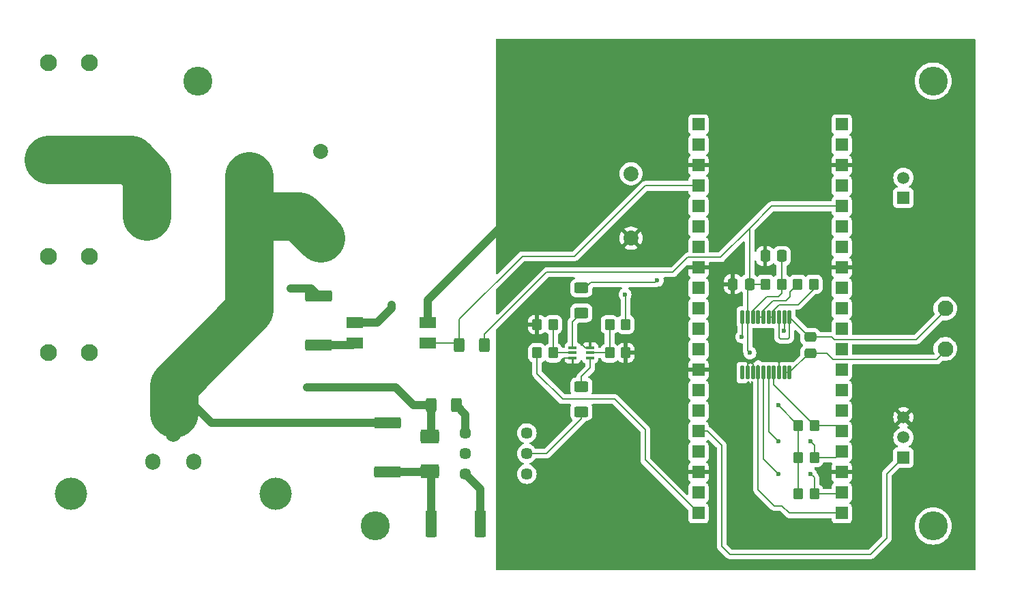
<source format=gbr>
%TF.GenerationSoftware,KiCad,Pcbnew,8.0.9-1.fc41*%
%TF.CreationDate,2025-10-07T12:33:13-07:00*%
%TF.ProjectId,silvia_pid_board,73696c76-6961-45f7-9069-645f626f6172,rev?*%
%TF.SameCoordinates,Original*%
%TF.FileFunction,Copper,L2,Bot*%
%TF.FilePolarity,Positive*%
%FSLAX46Y46*%
G04 Gerber Fmt 4.6, Leading zero omitted, Abs format (unit mm)*
G04 Created by KiCad (PCBNEW 8.0.9-1.fc41) date 2025-10-07 12:33:13*
%MOMM*%
%LPD*%
G01*
G04 APERTURE LIST*
G04 Aperture macros list*
%AMRoundRect*
0 Rectangle with rounded corners*
0 $1 Rounding radius*
0 $2 $3 $4 $5 $6 $7 $8 $9 X,Y pos of 4 corners*
0 Add a 4 corners polygon primitive as box body*
4,1,4,$2,$3,$4,$5,$6,$7,$8,$9,$2,$3,0*
0 Add four circle primitives for the rounded corners*
1,1,$1+$1,$2,$3*
1,1,$1+$1,$4,$5*
1,1,$1+$1,$6,$7*
1,1,$1+$1,$8,$9*
0 Add four rect primitives between the rounded corners*
20,1,$1+$1,$2,$3,$4,$5,0*
20,1,$1+$1,$4,$5,$6,$7,0*
20,1,$1+$1,$6,$7,$8,$9,0*
20,1,$1+$1,$8,$9,$2,$3,0*%
G04 Aperture macros list end*
%TA.AperFunction,ComponentPad*%
%ADD10C,2.100000*%
%TD*%
%TA.AperFunction,ComponentPad*%
%ADD11C,3.600000*%
%TD*%
%TA.AperFunction,ComponentPad*%
%ADD12C,1.950000*%
%TD*%
%TA.AperFunction,ComponentPad*%
%ADD13R,1.508000X1.508000*%
%TD*%
%TA.AperFunction,ComponentPad*%
%ADD14C,1.860000*%
%TD*%
%TA.AperFunction,ComponentPad*%
%ADD15C,1.508000*%
%TD*%
%TA.AperFunction,ComponentPad*%
%ADD16C,4.000000*%
%TD*%
%TA.AperFunction,ComponentPad*%
%ADD17O,1.905000X2.000000*%
%TD*%
%TA.AperFunction,ComponentPad*%
%ADD18C,2.500000*%
%TD*%
%TA.AperFunction,ComponentPad*%
%ADD19C,1.447800*%
%TD*%
%TA.AperFunction,SMDPad,CuDef*%
%ADD20RoundRect,0.250000X-0.400000X-0.625000X0.400000X-0.625000X0.400000X0.625000X-0.400000X0.625000X0*%
%TD*%
%TA.AperFunction,SMDPad,CuDef*%
%ADD21RoundRect,0.249999X0.450001X1.425001X-0.450001X1.425001X-0.450001X-1.425001X0.450001X-1.425001X0*%
%TD*%
%TA.AperFunction,SMDPad,CuDef*%
%ADD22RoundRect,0.249999X-1.425001X0.450001X-1.425001X-0.450001X1.425001X-0.450001X1.425001X0.450001X0*%
%TD*%
%TA.AperFunction,SMDPad,CuDef*%
%ADD23RoundRect,0.250000X0.350000X0.450000X-0.350000X0.450000X-0.350000X-0.450000X0.350000X-0.450000X0*%
%TD*%
%TA.AperFunction,SMDPad,CuDef*%
%ADD24RoundRect,0.250000X0.337500X0.475000X-0.337500X0.475000X-0.337500X-0.475000X0.337500X-0.475000X0*%
%TD*%
%TA.AperFunction,SMDPad,CuDef*%
%ADD25RoundRect,0.250000X-0.625000X0.400000X-0.625000X-0.400000X0.625000X-0.400000X0.625000X0.400000X0*%
%TD*%
%TA.AperFunction,SMDPad,CuDef*%
%ADD26RoundRect,0.060000X-0.180000X0.790000X-0.180000X-0.790000X0.180000X-0.790000X0.180000X0.790000X0*%
%TD*%
%TA.AperFunction,SMDPad,CuDef*%
%ADD27RoundRect,0.250000X-0.475000X0.337500X-0.475000X-0.337500X0.475000X-0.337500X0.475000X0.337500X0*%
%TD*%
%TA.AperFunction,SMDPad,CuDef*%
%ADD28RoundRect,0.250000X-0.350000X-0.450000X0.350000X-0.450000X0.350000X0.450000X-0.350000X0.450000X0*%
%TD*%
%TA.AperFunction,SMDPad,CuDef*%
%ADD29RoundRect,0.249999X1.425001X-0.450001X1.425001X0.450001X-1.425001X0.450001X-1.425001X-0.450001X0*%
%TD*%
%TA.AperFunction,SMDPad,CuDef*%
%ADD30R,1.000000X0.300000*%
%TD*%
%TA.AperFunction,SMDPad,CuDef*%
%ADD31R,2.090000X1.440000*%
%TD*%
%TA.AperFunction,SMDPad,CuDef*%
%ADD32RoundRect,0.250000X0.625000X-0.400000X0.625000X0.400000X-0.625000X0.400000X-0.625000X-0.400000X0*%
%TD*%
%TA.AperFunction,SMDPad,CuDef*%
%ADD33RoundRect,0.250001X0.899999X-0.612499X0.899999X0.612499X-0.899999X0.612499X-0.899999X-0.612499X0*%
%TD*%
%TA.AperFunction,ViaPad*%
%ADD34C,1.000000*%
%TD*%
%TA.AperFunction,ViaPad*%
%ADD35C,0.600000*%
%TD*%
%TA.AperFunction,Conductor*%
%ADD36C,1.000000*%
%TD*%
%TA.AperFunction,Conductor*%
%ADD37C,0.500000*%
%TD*%
%TA.AperFunction,Conductor*%
%ADD38C,6.000000*%
%TD*%
%TA.AperFunction,Conductor*%
%ADD39C,0.200000*%
%TD*%
G04 APERTURE END LIST*
D10*
%TO.P,J3,1*%
%TO.N,NEUTRAL*%
X4460000Y-3500000D03*
%TO.P,J3,2*%
X9540000Y-3500000D03*
%TD*%
%TO.P,J1,1*%
%TO.N,Net-(J1-Pad1)*%
X4460000Y-27500000D03*
%TO.P,J1,2*%
X9540000Y-27500000D03*
%TD*%
D11*
%TO.P,H4,1*%
%TO.N,N/C*%
X45000000Y-61000000D03*
%TD*%
%TO.P,H3,1*%
%TO.N,N/C*%
X23000000Y-5750000D03*
%TD*%
D12*
%TO.P,J7,1*%
%TO.N,Net-(U6-FORCE-)*%
X115750000Y-39000000D03*
%TO.P,J7,2*%
%TO.N,Net-(U6-FORCE+)*%
X115750000Y-34000000D03*
%TD*%
D11*
%TO.P,H1,1*%
%TO.N,N/C*%
X114250000Y-5750000D03*
%TD*%
D13*
%TO.P,U4,3V3,3V3*%
%TO.N,+3.3V*%
X102890000Y-21300000D03*
%TO.P,U4,3V3_EN,3V3_EN*%
%TO.N,unconnected-(U4-Pad3V3_EN)*%
X102890000Y-18760000D03*
%TO.P,U4,ADC_VREF,ADC_VREF*%
%TO.N,unconnected-(U4-PadADC_VREF)*%
X102890000Y-23840000D03*
%TO.P,U4,AGND,AGND*%
%TO.N,GND*%
X102890000Y-28920000D03*
%TO.P,U4,GND,GND*%
X102890000Y-16220000D03*
%TO.P,U4,GND2,GND2*%
%TO.N,unconnected-(U4-PadGND2)*%
X102890000Y-41620000D03*
%TO.P,U4,GND3,GND3*%
%TO.N,GND*%
X102890000Y-54320000D03*
%TO.P,U4,GND4,GND4*%
X85110000Y-16220000D03*
%TO.P,U4,GND5,GND5*%
X85110000Y-28920000D03*
%TO.P,U4,GND6,GND6*%
X85110000Y-41620000D03*
%TO.P,U4,GND7,GND7*%
X85110000Y-54320000D03*
%TO.P,U4,GP0,GP0*%
%TO.N,unconnected-(U4-PadGP0)*%
X85110000Y-11140000D03*
%TO.P,U4,GP1,GP1*%
%TO.N,unconnected-(U4-PadGP1)*%
X85110000Y-13680000D03*
%TO.P,U4,GP2,GP2*%
%TO.N,LINE_ZEROCROSS_SENSE*%
X85110000Y-18760000D03*
%TO.P,U4,GP3,GP3*%
%TO.N,LED_CTRL*%
X85110000Y-21300000D03*
%TO.P,U4,GP4,GP4*%
%TO.N,unconnected-(U4-PadGP4)*%
X85110000Y-23840000D03*
%TO.P,U4,GP5,GP5*%
%TO.N,unconnected-(U4-PadGP5)*%
X85110000Y-26380000D03*
%TO.P,U4,GP6,GP6*%
%TO.N,unconnected-(U4-PadGP6)*%
X85110000Y-31460000D03*
%TO.P,U4,GP7,GP7*%
%TO.N,unconnected-(U4-PadGP7)*%
X85110000Y-34000000D03*
%TO.P,U4,GP8,GP8*%
%TO.N,unconnected-(U4-PadGP8)*%
X85110000Y-36540000D03*
%TO.P,U4,GP9,GP9*%
%TO.N,unconnected-(U4-PadGP9)*%
X85110000Y-39080000D03*
%TO.P,U4,GP10,GP10*%
%TO.N,unconnected-(U4-PadGP10)*%
X85110000Y-44160000D03*
%TO.P,U4,GP11,GP11*%
%TO.N,unconnected-(U4-PadGP11)*%
X85110000Y-46700000D03*
%TO.P,U4,GP12,GP12*%
%TO.N,DBG_TX*%
X85110000Y-49240000D03*
%TO.P,U4,GP13,GP13*%
%TO.N,DBG_RX*%
X85110000Y-51780000D03*
%TO.P,U4,GP14,GP14*%
%TO.N,unconnected-(U4-PadGP14)*%
X85110000Y-56860000D03*
%TO.P,U4,GP15,GP15*%
%TO.N,HEATER_CTRL*%
X85110000Y-59400000D03*
%TO.P,U4,GP16,GP16*%
%TO.N,SDO*%
X102890000Y-59400000D03*
%TO.P,U4,GP17,GP17*%
%TO.N,CS*%
X102890000Y-56860000D03*
%TO.P,U4,GP18,GP18*%
%TO.N,SCLK*%
X102890000Y-51780000D03*
%TO.P,U4,GP19,GP19*%
%TO.N,SDI*%
X102890000Y-49240000D03*
%TO.P,U4,GP20,GP20*%
%TO.N,DRDY*%
X102890000Y-46700000D03*
%TO.P,U4,GP21,GP21*%
%TO.N,unconnected-(U4-PadGP21)*%
X102890000Y-44160000D03*
%TO.P,U4,GP22,GP22*%
%TO.N,unconnected-(U4-PadGP22)*%
X102890000Y-39080000D03*
%TO.P,U4,GP26_A0,GP26_A0*%
%TO.N,unconnected-(U4-PadGP26_A0)*%
X102890000Y-34000000D03*
%TO.P,U4,GP27_A1,GP27_A1*%
%TO.N,unconnected-(U4-PadGP27_A1)*%
X102890000Y-31460000D03*
%TO.P,U4,GP28_A2,GP28_A2*%
%TO.N,unconnected-(U4-PadGP28_A2)*%
X102890000Y-26380000D03*
%TO.P,U4,RUN,RUN*%
%TO.N,unconnected-(U4-PadRUN)*%
X102890000Y-36540000D03*
%TO.P,U4,VBUS,VBUS*%
%TO.N,unconnected-(U4-PadVBUS)*%
X102890000Y-11140000D03*
%TO.P,U4,VSYS,VSYS*%
%TO.N,+5V*%
X102890000Y-13680000D03*
%TD*%
D14*
%TO.P,U2,AC/L,AC(L)*%
%TO.N,LINE*%
X38250000Y-25250000D03*
%TO.P,U2,AC/N,AC(N)*%
%TO.N,NEUTRAL*%
X38250000Y-14500000D03*
%TO.P,U2,VNEG,-V*%
%TO.N,GND*%
X76750000Y-25250000D03*
%TO.P,U2,VPOS,+V*%
%TO.N,+5V*%
X76750000Y-17250000D03*
%TD*%
D13*
%TO.P,J5,1,1*%
%TO.N,Net-(J5-Pad1)*%
X110550000Y-20250000D03*
D15*
%TO.P,J5,2,2*%
%TO.N,+5V*%
X110550000Y-17750000D03*
%TD*%
D13*
%TO.P,J6,1,1*%
%TO.N,DBG_TX*%
X110550000Y-52500000D03*
D15*
%TO.P,J6,2,2*%
%TO.N,DBG_RX*%
X110550000Y-50000000D03*
%TO.P,J6,3,3*%
%TO.N,GND*%
X110550000Y-47500000D03*
%TD*%
D10*
%TO.P,J4,1*%
%TO.N,Net-(D1-A1)*%
X4460000Y-39500000D03*
%TO.P,J4,2*%
X9540000Y-39500000D03*
%TD*%
D16*
%TO.P,D1,*%
%TO.N,*%
X32660000Y-57000000D03*
X7260000Y-57000000D03*
D17*
%TO.P,D1,1,A1*%
%TO.N,Net-(D1-A1)*%
X22500000Y-53000000D03*
%TO.P,D1,2,A2*%
%TO.N,LINE*%
X19960000Y-49500000D03*
%TO.P,D1,3,G*%
%TO.N,Net-(D1-G)*%
X17420000Y-53000000D03*
%TD*%
D18*
%TO.P,F1,1,1*%
%TO.N,Net-(F1-Pad1)*%
X16650000Y-17500000D03*
%TO.P,F1,2,2*%
X16650000Y-22500000D03*
%TO.P,F1,3,3*%
%TO.N,LINE*%
X29350000Y-17500000D03*
%TO.P,F1,4,4*%
X29350000Y-22500000D03*
%TD*%
D11*
%TO.P,H2,1*%
%TO.N,N/C*%
X114250000Y-61000000D03*
%TD*%
D19*
%TO.P,U3,1,ANODE*%
%TO.N,+5V*%
X63810000Y-54540000D03*
%TO.P,U3,2,CATHODE*%
%TO.N,HEATER_CTRL_OUT*%
X63810000Y-52000000D03*
%TO.P,U3,3,NC*%
%TO.N,unconnected-(U3-NC-Pad3)*%
X63810000Y-49460000D03*
%TO.P,U3,4,MAINTERM*%
%TO.N,Net-(D1-G)*%
X56190000Y-49460000D03*
%TO.P,U3,5,NC*%
%TO.N,unconnected-(U3-NC-Pad5)*%
X56190000Y-52000000D03*
%TO.P,U3,6,MAINTERM*%
%TO.N,Net-(R2-Pad1)*%
X56190000Y-54540000D03*
%TD*%
D10*
%TO.P,J2,1*%
%TO.N,Net-(F1-Pad1)*%
X4460000Y-15500000D03*
%TO.P,J2,2*%
X9540000Y-15500000D03*
%TD*%
D20*
%TO.P,R4,1*%
%TO.N,Net-(D1-A1)*%
X51950000Y-46000000D03*
%TO.P,R4,2*%
%TO.N,Net-(D1-G)*%
X55050000Y-46000000D03*
%TD*%
D21*
%TO.P,R2,1*%
%TO.N,Net-(R2-Pad1)*%
X58050000Y-60750000D03*
%TO.P,R2,2*%
%TO.N,Net-(C1-Pad1)*%
X51950000Y-60750000D03*
%TD*%
D22*
%TO.P,R1,1*%
%TO.N,Net-(J1-Pad1)*%
X38000000Y-32450000D03*
%TO.P,R1,2*%
%TO.N,Net-(R1-Pad2)*%
X38000000Y-38550000D03*
%TD*%
D23*
%TO.P,R9,1*%
%TO.N,Net-(R8-Pad1)*%
X67090000Y-39500000D03*
%TO.P,R9,2*%
%TO.N,HEATER_CTRL*%
X65090000Y-39500000D03*
%TD*%
D24*
%TO.P,C3,1,1*%
%TO.N,+3.3V*%
X91462500Y-30975000D03*
%TO.P,C3,2,2*%
%TO.N,GND*%
X89387500Y-30975000D03*
%TD*%
D20*
%TO.P,R11,1*%
%TO.N,LINE_ZEROCROSS_SENSE*%
X55450000Y-38500000D03*
%TO.P,R11,2*%
%TO.N,+3.3V*%
X58550000Y-38500000D03*
%TD*%
D23*
%TO.P,R14,1,1*%
%TO.N,SCLK*%
X99500000Y-52500000D03*
%TO.P,R14,2,2*%
%TO.N,+3.3V*%
X97500000Y-52500000D03*
%TD*%
D25*
%TO.P,R10,1*%
%TO.N,Net-(R10-Pad1)*%
X70590000Y-43700000D03*
%TO.P,R10,2*%
%TO.N,HEATER_CTRL_OUT*%
X70590000Y-46800000D03*
%TD*%
D23*
%TO.P,R6,1*%
%TO.N,GND*%
X76090000Y-39500000D03*
%TO.P,R6,2*%
%TO.N,Net-(R6-Pad2)*%
X74090000Y-39500000D03*
%TD*%
%TO.P,R13,1,1*%
%TO.N,SDI*%
X99500000Y-48500000D03*
%TO.P,R13,2,2*%
%TO.N,+3.3V*%
X97500000Y-48500000D03*
%TD*%
D26*
%TO.P,U6,1,~{DRDY}*%
%TO.N,DRDY*%
X90575000Y-35040000D03*
%TO.P,U6,2,DVDD*%
%TO.N,+3.3V*%
X91225000Y-35040000D03*
%TO.P,U6,3,VDD*%
%TO.N,Net-(FB1-P$1)*%
X91875000Y-35040000D03*
%TO.P,U6,4,BIAS*%
%TO.N,Net-(U6-BIAS)*%
X92525000Y-35040000D03*
%TO.P,U6,5,REFIN+*%
X93175000Y-35040000D03*
%TO.P,U6,6,REFIN-*%
%TO.N,Net-(U6-ISENSOR)*%
X93825000Y-35040000D03*
%TO.P,U6,7,ISENSOR*%
X94475000Y-35040000D03*
%TO.P,U6,8,FORCE+*%
%TO.N,Net-(U6-FORCE+)*%
X95125000Y-35040000D03*
%TO.P,U6,9,FORCE2*%
%TO.N,GND*%
X95775000Y-35040000D03*
%TO.P,U6,10,RTDIN+*%
%TO.N,Net-(U6-FORCE+)*%
X96425000Y-35040000D03*
%TO.P,U6,11,RTDIN-*%
%TO.N,Net-(U6-FORCE-)*%
X96425000Y-41960000D03*
%TO.P,U6,12,FORCE-*%
X95775000Y-41960000D03*
%TO.P,U6,13,GND1*%
%TO.N,GND*%
X95125000Y-41960000D03*
%TO.P,U6,14,SDI*%
%TO.N,SDI*%
X94475000Y-41960000D03*
%TO.P,U6,15,SCLK*%
%TO.N,SCLK*%
X93825000Y-41960000D03*
%TO.P,U6,16,~{CS}*%
%TO.N,CS*%
X93175000Y-41960000D03*
%TO.P,U6,17,SDO*%
%TO.N,SDO*%
X92525000Y-41960000D03*
%TO.P,U6,18,DGND*%
%TO.N,GND*%
X91875000Y-41960000D03*
%TO.P,U6,19,GND2*%
X91225000Y-41960000D03*
%TO.P,U6,20,NC*%
%TO.N,unconnected-(U6-NC-Pad20)*%
X90575000Y-41960000D03*
%TD*%
D27*
%TO.P,C2,1,1*%
%TO.N,Net-(U6-FORCE+)*%
X99000000Y-37500000D03*
%TO.P,C2,2,2*%
%TO.N,Net-(U6-FORCE-)*%
X99000000Y-39575000D03*
%TD*%
D23*
%TO.P,R12,1,1*%
%TO.N,CS*%
X99500000Y-57000000D03*
%TO.P,R12,2,2*%
%TO.N,+3.3V*%
X97500000Y-57000000D03*
%TD*%
D28*
%TO.P,R7,1*%
%TO.N,Net-(R6-Pad2)*%
X74090000Y-36000000D03*
%TO.P,R7,2*%
%TO.N,LED_CTRL*%
X76090000Y-36000000D03*
%TD*%
D29*
%TO.P,R3,1*%
%TO.N,Net-(C1-Pad1)*%
X46500000Y-54300000D03*
%TO.P,R3,2*%
%TO.N,LINE*%
X46500000Y-48200000D03*
%TD*%
D23*
%TO.P,FB1,1,P$1*%
%TO.N,Net-(FB1-P$1)*%
X95425000Y-30975000D03*
%TO.P,FB1,2,P$2*%
%TO.N,+3.3V*%
X93425000Y-30975000D03*
%TD*%
D30*
%TO.P,U5,1*%
%TO.N,GND*%
X69500000Y-40160000D03*
%TO.P,U5,2*%
%TO.N,Net-(R8-Pad1)*%
X69500000Y-39500000D03*
%TO.P,U5,3*%
%TO.N,Net-(R5-Pad1)*%
X69500000Y-38840000D03*
%TO.P,U5,4*%
%TO.N,GND*%
X71680000Y-38840000D03*
%TO.P,U5,5*%
%TO.N,Net-(R6-Pad2)*%
X71680000Y-39500000D03*
%TO.P,U5,6*%
%TO.N,Net-(R10-Pad1)*%
X71680000Y-40160000D03*
%TD*%
D23*
%TO.P,R15,1,1*%
%TO.N,Net-(U6-ISENSOR)*%
X99425000Y-30975000D03*
%TO.P,R15,2,2*%
%TO.N,Net-(U6-BIAS)*%
X97425000Y-30975000D03*
%TD*%
D24*
%TO.P,C4,1,1*%
%TO.N,Net-(FB1-P$1)*%
X95462500Y-27475000D03*
%TO.P,C4,2,2*%
%TO.N,GND*%
X93387500Y-27475000D03*
%TD*%
D31*
%TO.P,U1,1*%
%TO.N,Net-(R1-Pad2)*%
X42460000Y-38270000D03*
%TO.P,U1,2*%
%TO.N,NEUTRAL*%
X42460000Y-35730000D03*
%TO.P,U1,3*%
%TO.N,GND*%
X51540000Y-35730000D03*
%TO.P,U1,4*%
%TO.N,LINE_ZEROCROSS_SENSE*%
X51540000Y-38270000D03*
%TD*%
D32*
%TO.P,R5,1*%
%TO.N,Net-(R5-Pad1)*%
X70590000Y-34550000D03*
%TO.P,R5,2*%
%TO.N,Net-(J5-Pad1)*%
X70590000Y-31450000D03*
%TD*%
D33*
%TO.P,C1,1*%
%TO.N,Net-(C1-Pad1)*%
X51750000Y-54162500D03*
%TO.P,C1,2*%
%TO.N,Net-(D1-A1)*%
X51750000Y-49837500D03*
%TD*%
D23*
%TO.P,R8,1*%
%TO.N,Net-(R8-Pad1)*%
X67090000Y-36000000D03*
%TO.P,R8,2*%
%TO.N,GND*%
X65090000Y-36000000D03*
%TD*%
D34*
%TO.N,NEUTRAL*%
X47000000Y-33500000D03*
D35*
%TO.N,GND*%
X95750000Y-36750000D03*
X67750000Y-9500000D03*
X89000000Y-45750000D03*
X107500000Y-5250000D03*
X107000000Y-16250000D03*
X95750000Y-39000000D03*
X72250000Y-55000000D03*
X100750000Y-54500000D03*
X66500000Y-41500000D03*
X73500000Y-32750000D03*
%TO.N,+3.3V*%
X95000000Y-46000000D03*
X91500000Y-39500000D03*
%TO.N,LED_CTRL*%
X76000000Y-32250000D03*
%TO.N,SCLK*%
X99000000Y-50500000D03*
X95000000Y-50500000D03*
%TO.N,CS*%
X95000000Y-54500000D03*
X99000000Y-54500000D03*
%TO.N,DRDY*%
X90500000Y-37500000D03*
D34*
%TO.N,Net-(J1-Pad1)*%
X34500000Y-31500000D03*
%TO.N,Net-(D1-A1)*%
X36500000Y-43750000D03*
D35*
%TO.N,Net-(J5-Pad1)*%
X80000000Y-30500000D03*
%TD*%
D36*
%TO.N,Net-(C1-Pad1)*%
X46500000Y-54300000D02*
X51587500Y-54300000D01*
X51950000Y-54337500D02*
X51750000Y-54137500D01*
X46587500Y-54137500D02*
X46500000Y-54225000D01*
X51950000Y-60750000D02*
X51950000Y-54337500D01*
D37*
X51662500Y-54225000D02*
X51750000Y-54137500D01*
D36*
X51587500Y-54300000D02*
X51750000Y-54137500D01*
D37*
X51775000Y-54162500D02*
X51750000Y-54137500D01*
D36*
%TO.N,NEUTRAL*%
X45230000Y-35730000D02*
X42460000Y-35730000D01*
X47000000Y-33500000D02*
X47000000Y-33960000D01*
X47000000Y-33960000D02*
X45230000Y-35730000D01*
D38*
%TO.N,LINE*%
X35500000Y-22500000D02*
X38250000Y-25250000D01*
D36*
X19960000Y-49500000D02*
X20960000Y-48500000D01*
D38*
X20000000Y-43500000D02*
X20000000Y-46993096D01*
X29350000Y-17500000D02*
X29350000Y-22500000D01*
D36*
X46500000Y-48200000D02*
X24700000Y-48200000D01*
D38*
X29350000Y-34150000D02*
X20000000Y-43500000D01*
X29350000Y-22500000D02*
X29350000Y-34150000D01*
X29350000Y-22500000D02*
X35500000Y-22500000D01*
D36*
X24700000Y-48200000D02*
X20000000Y-43500000D01*
%TO.N,GND*%
X51540000Y-32960000D02*
X65000000Y-19500000D01*
D39*
X95775000Y-35040000D02*
X95775000Y-36725000D01*
X95775000Y-36725000D02*
X95750000Y-36750000D01*
X95125000Y-39625000D02*
X95250000Y-39500000D01*
X70500000Y-38250000D02*
X71090000Y-38840000D01*
X91750000Y-40750000D02*
X91250000Y-40750000D01*
X68340000Y-40160000D02*
X68250000Y-40250000D01*
X91225000Y-40775000D02*
X91250000Y-40750000D01*
X95125000Y-41960000D02*
X95125000Y-39625000D01*
X69500000Y-40160000D02*
X68340000Y-40160000D01*
X91875000Y-40875000D02*
X91750000Y-40750000D01*
X91225000Y-40775000D02*
X91225000Y-41960000D01*
X91875000Y-41960000D02*
X91875000Y-40875000D01*
X71090000Y-38840000D02*
X71680000Y-38840000D01*
D36*
X51540000Y-35730000D02*
X51540000Y-32960000D01*
D39*
X95250000Y-39500000D02*
X95750000Y-39000000D01*
%TO.N,LINE_ZEROCROSS_SENSE*%
X69750000Y-27500000D02*
X63250000Y-27500000D01*
X63250000Y-27500000D02*
X55450000Y-35300000D01*
X55770000Y-38270000D02*
X56000000Y-38500000D01*
X51540000Y-38270000D02*
X55770000Y-38270000D01*
X85110000Y-18760000D02*
X78490000Y-18760000D01*
X55450000Y-35300000D02*
X55450000Y-38500000D01*
X78490000Y-18760000D02*
X69750000Y-27500000D01*
X51770000Y-38500000D02*
X51540000Y-38270000D01*
%TO.N,+3.3V*%
X91225000Y-31212500D02*
X91462500Y-30975000D01*
X91462500Y-24037500D02*
X91462500Y-30975000D01*
X66250000Y-29500000D02*
X58550000Y-37200000D01*
X97500000Y-48500000D02*
X97500000Y-52500000D01*
X87858814Y-27641186D02*
X83796929Y-27641186D01*
X91225000Y-39225000D02*
X91225000Y-35040000D01*
X58550000Y-37200000D02*
X58550000Y-38500000D01*
X94200000Y-21300000D02*
X91462500Y-24037500D01*
X58000000Y-37750000D02*
X58000000Y-38500000D01*
X83796929Y-27641186D02*
X81938115Y-29500000D01*
X93425000Y-30975000D02*
X93650000Y-31200000D01*
X91462500Y-24037500D02*
X87858814Y-27641186D01*
X97500000Y-48500000D02*
X95000000Y-46000000D01*
X91462500Y-30975000D02*
X93425000Y-30975000D01*
X91225000Y-35040000D02*
X91225000Y-31212500D01*
X91500000Y-39500000D02*
X91225000Y-39225000D01*
X97500000Y-57000000D02*
X97500000Y-52500000D01*
X102890000Y-21300000D02*
X94200000Y-21300000D01*
X81938115Y-29500000D02*
X66250000Y-29500000D01*
%TO.N,Net-(FB1-P$1)*%
X91875000Y-34190001D02*
X93565001Y-32500000D01*
X91875000Y-35040000D02*
X91875000Y-34190001D01*
X95425000Y-27512500D02*
X95462500Y-27475000D01*
X95000000Y-32500000D02*
X95425000Y-32075000D01*
X95425000Y-32075000D02*
X95425000Y-30975000D01*
X95425000Y-30975000D02*
X95425000Y-27512500D01*
X93565001Y-32500000D02*
X95000000Y-32500000D01*
%TO.N,HEATER_CTRL*%
X78500000Y-52790000D02*
X78500000Y-49000000D01*
X78500000Y-49000000D02*
X74750000Y-45250000D01*
X65090000Y-42090000D02*
X65090000Y-39500000D01*
X68250000Y-45250000D02*
X65090000Y-42090000D01*
X74750000Y-45250000D02*
X68250000Y-45250000D01*
X85110000Y-59400000D02*
X78500000Y-52790000D01*
%TO.N,HEATER_CTRL_OUT*%
X66250000Y-52000000D02*
X63810000Y-52000000D01*
X70590000Y-47660000D02*
X66250000Y-52000000D01*
X70590000Y-46800000D02*
X70590000Y-47660000D01*
%TO.N,LED_CTRL*%
X76090000Y-32340000D02*
X76090000Y-36000000D01*
X76000000Y-32250000D02*
X76090000Y-32340000D01*
%TO.N,SCLK*%
X102170000Y-52500000D02*
X102890000Y-51780000D01*
X99500000Y-51000000D02*
X99500000Y-52500000D01*
X99500000Y-52500000D02*
X102170000Y-52500000D01*
X93825000Y-41960000D02*
X93825000Y-49325000D01*
X93825000Y-49325000D02*
X95000000Y-50500000D01*
X99000000Y-50500000D02*
X99500000Y-51000000D01*
%TO.N,CS*%
X93175000Y-52675000D02*
X95000000Y-54500000D01*
X99000000Y-54500000D02*
X99500000Y-55000000D01*
X99500000Y-57000000D02*
X102750000Y-57000000D01*
X102750000Y-57000000D02*
X102890000Y-56860000D01*
X93175000Y-41960000D02*
X93175000Y-52675000D01*
X99500000Y-55000000D02*
X99500000Y-57000000D01*
%TO.N,SDI*%
X99500000Y-48500000D02*
X102150000Y-48500000D01*
X94475000Y-43475000D02*
X99500000Y-48500000D01*
X102150000Y-48500000D02*
X102890000Y-49240000D01*
X94475000Y-41960000D02*
X94475000Y-43475000D01*
%TO.N,Net-(R6-Pad2)*%
X74090000Y-36000000D02*
X74090000Y-39500000D01*
X71680000Y-39500000D02*
X74090000Y-39500000D01*
%TO.N,DBG_TX*%
X85110000Y-49240000D02*
X86240000Y-49240000D01*
X108500000Y-54500000D02*
X110500000Y-52500000D01*
X88000000Y-51000000D02*
X88000000Y-63500000D01*
X108500000Y-62500000D02*
X108500000Y-54500000D01*
X86240000Y-49240000D02*
X88000000Y-51000000D01*
X106500000Y-64500000D02*
X108500000Y-62500000D01*
X110500000Y-52500000D02*
X110800000Y-52500000D01*
X88000000Y-63500000D02*
X89000000Y-64500000D01*
X89000000Y-64500000D02*
X106500000Y-64500000D01*
%TO.N,SDO*%
X92525000Y-41960000D02*
X92525000Y-56525000D01*
X92525000Y-56525000D02*
X94500000Y-58500000D01*
X95500000Y-58500000D02*
X96400000Y-59400000D01*
X92525000Y-41960000D02*
X92525000Y-41025000D01*
X96400000Y-59400000D02*
X102890000Y-59400000D01*
X94500000Y-58500000D02*
X95500000Y-58500000D01*
%TO.N,DRDY*%
X90575000Y-37425000D02*
X90575000Y-35040000D01*
X90500000Y-37500000D02*
X90575000Y-37425000D01*
D36*
%TO.N,Net-(J1-Pad1)*%
X37050000Y-31500000D02*
X38000000Y-32450000D01*
X34500000Y-31500000D02*
X37050000Y-31500000D01*
D37*
%TO.N,Net-(R1-Pad2)*%
X42255000Y-38475000D02*
X42460000Y-38270000D01*
D36*
X42180000Y-38550000D02*
X42460000Y-38270000D01*
X38000000Y-38550000D02*
X42180000Y-38550000D01*
%TO.N,Net-(R2-Pad1)*%
X58050000Y-60750000D02*
X58050000Y-56400000D01*
X58050000Y-56400000D02*
X56190000Y-54540000D01*
%TO.N,Net-(D1-A1)*%
X51950000Y-46000000D02*
X51950000Y-49662500D01*
X51950000Y-49662500D02*
X51750000Y-49862500D01*
X49750000Y-46000000D02*
X47500000Y-43750000D01*
X51950000Y-46000000D02*
X49750000Y-46000000D01*
X47500000Y-43750000D02*
X36500000Y-43750000D01*
D39*
%TO.N,Net-(U6-FORCE-)*%
X114657002Y-40342998D02*
X116000000Y-39000000D01*
X99000000Y-39575000D02*
X98810000Y-39575000D01*
X96425000Y-41960000D02*
X95775000Y-41960000D01*
X101792353Y-40342998D02*
X114657002Y-40342998D01*
X101024355Y-39575000D02*
X101792353Y-40342998D01*
X99000000Y-39575000D02*
X101024355Y-39575000D01*
X98810000Y-39575000D02*
X96425000Y-41960000D01*
%TO.N,Net-(U6-FORCE+)*%
X99000000Y-37500000D02*
X98885000Y-37500000D01*
X95250000Y-37750000D02*
X96250000Y-37750000D01*
X101939225Y-37835908D02*
X112164092Y-37835908D01*
X99000000Y-37500000D02*
X101603317Y-37500000D01*
X101603317Y-37500000D02*
X101939225Y-37835908D01*
X96425000Y-37575000D02*
X96425000Y-35040000D01*
X112164092Y-37835908D02*
X116000000Y-34000000D01*
X95125000Y-37625000D02*
X95250000Y-37750000D01*
X95125000Y-35040000D02*
X95125000Y-37625000D01*
X98885000Y-37500000D02*
X96425000Y-35040000D01*
X96250000Y-37750000D02*
X96425000Y-37575000D01*
D36*
%TO.N,Net-(D1-G)*%
X56190000Y-49460000D02*
X56190000Y-47140000D01*
X56190000Y-47140000D02*
X55050000Y-46000000D01*
D39*
%TO.N,Net-(R5-Pad1)*%
X69500000Y-35640000D02*
X70590000Y-34550000D01*
X69500000Y-38840000D02*
X69500000Y-35640000D01*
%TO.N,Net-(R8-Pad1)*%
X67090000Y-39500000D02*
X69500000Y-39500000D01*
X67090000Y-39500000D02*
X67090000Y-36000000D01*
%TO.N,Net-(R10-Pad1)*%
X71680000Y-40160000D02*
X71680000Y-41360000D01*
X70590000Y-42450000D02*
X70590000Y-43700000D01*
X71680000Y-41360000D02*
X70590000Y-42450000D01*
%TO.N,Net-(U6-BIAS)*%
X96000000Y-33000000D02*
X96500000Y-32500000D01*
X96500000Y-32500000D02*
X96500000Y-31900000D01*
X96500000Y-31900000D02*
X97425000Y-30975000D01*
X93175000Y-35040000D02*
X93175000Y-34190001D01*
X94365001Y-33000000D02*
X96000000Y-33000000D01*
X93175000Y-34190001D02*
X94365001Y-33000000D01*
X92525000Y-35040000D02*
X93175000Y-35040000D01*
%TO.N,Net-(U6-ISENSOR)*%
X94475000Y-34190001D02*
X95165001Y-33500000D01*
X93825000Y-35040000D02*
X94475000Y-35040000D01*
X99425000Y-31575000D02*
X99425000Y-30975000D01*
X97500000Y-33500000D02*
X99425000Y-31575000D01*
X94475000Y-35040000D02*
X94475000Y-34190001D01*
X95165001Y-33500000D02*
X97500000Y-33500000D01*
%TO.N,Net-(J5-Pad1)*%
X70590000Y-31450000D02*
X71050000Y-31450000D01*
X71750000Y-30750000D02*
X79750000Y-30750000D01*
X79750000Y-30750000D02*
X80000000Y-30500000D01*
X71050000Y-31450000D02*
X71750000Y-30750000D01*
D38*
%TO.N,Net-(F1-Pad1)*%
X14650000Y-15500000D02*
X16650000Y-17500000D01*
X4460000Y-15500000D02*
X9540000Y-15500000D01*
X16650000Y-17500000D02*
X16650000Y-22500000D01*
X9540000Y-15500000D02*
X14650000Y-15500000D01*
%TD*%
%TA.AperFunction,Conductor*%
%TO.N,GND*%
G36*
X119442539Y-520185D02*
G01*
X119488294Y-572989D01*
X119499500Y-624500D01*
X119499500Y-66375500D01*
X119479815Y-66442539D01*
X119427011Y-66488294D01*
X119375500Y-66499500D01*
X60124000Y-66499500D01*
X60056961Y-66479815D01*
X60011206Y-66427011D01*
X60000000Y-66375500D01*
X60000000Y-36650597D01*
X60019685Y-36583558D01*
X60036319Y-36562916D01*
X60099249Y-36499986D01*
X63990001Y-36499986D01*
X64000494Y-36602697D01*
X64055641Y-36769119D01*
X64055643Y-36769124D01*
X64147684Y-36918345D01*
X64271654Y-37042315D01*
X64420875Y-37134356D01*
X64420880Y-37134358D01*
X64587302Y-37189505D01*
X64587309Y-37189506D01*
X64690019Y-37199999D01*
X64839999Y-37199999D01*
X64840000Y-37199998D01*
X64840000Y-36250000D01*
X63990001Y-36250000D01*
X63990001Y-36499986D01*
X60099249Y-36499986D01*
X61099222Y-35500013D01*
X63990000Y-35500013D01*
X63990000Y-35750000D01*
X64840000Y-35750000D01*
X64840000Y-34800000D01*
X64690027Y-34800000D01*
X64690012Y-34800001D01*
X64587302Y-34810494D01*
X64420880Y-34865641D01*
X64420875Y-34865643D01*
X64271654Y-34957684D01*
X64147684Y-35081654D01*
X64055643Y-35230875D01*
X64055641Y-35230880D01*
X64000494Y-35397302D01*
X64000493Y-35397309D01*
X63990000Y-35500013D01*
X61099222Y-35500013D01*
X66462416Y-30136819D01*
X66523739Y-30103334D01*
X66550097Y-30100500D01*
X69676011Y-30100500D01*
X69743050Y-30120185D01*
X69788805Y-30172989D01*
X69798749Y-30242147D01*
X69769724Y-30305703D01*
X69715017Y-30342205D01*
X69645666Y-30365186D01*
X69645663Y-30365187D01*
X69496342Y-30457289D01*
X69372289Y-30581342D01*
X69280187Y-30730663D01*
X69280186Y-30730666D01*
X69225001Y-30897203D01*
X69225001Y-30897204D01*
X69225000Y-30897204D01*
X69214500Y-30999983D01*
X69214500Y-31900001D01*
X69214501Y-31900019D01*
X69225000Y-32002796D01*
X69225001Y-32002799D01*
X69280185Y-32169331D01*
X69280187Y-32169336D01*
X69299100Y-32199999D01*
X69372288Y-32318656D01*
X69496344Y-32442712D01*
X69645666Y-32534814D01*
X69812203Y-32589999D01*
X69914991Y-32600500D01*
X71265008Y-32600499D01*
X71274563Y-32599523D01*
X71282895Y-32598671D01*
X71367797Y-32589999D01*
X71534334Y-32534814D01*
X71683656Y-32442712D01*
X71807712Y-32318656D01*
X71899814Y-32169334D01*
X71954999Y-32002797D01*
X71965500Y-31900009D01*
X71965499Y-31474499D01*
X71985183Y-31407461D01*
X72037987Y-31361706D01*
X72089499Y-31350500D01*
X75496524Y-31350500D01*
X75563563Y-31370185D01*
X75609318Y-31422989D01*
X75619262Y-31492147D01*
X75590237Y-31555703D01*
X75562496Y-31579494D01*
X75497737Y-31620184D01*
X75370184Y-31747737D01*
X75274211Y-31900476D01*
X75214631Y-32070745D01*
X75214630Y-32070750D01*
X75194435Y-32249996D01*
X75194435Y-32250003D01*
X75214630Y-32429249D01*
X75214631Y-32429254D01*
X75274211Y-32599523D01*
X75370184Y-32752262D01*
X75453181Y-32835259D01*
X75486666Y-32896582D01*
X75489500Y-32922940D01*
X75489500Y-34754091D01*
X75469815Y-34821130D01*
X75425731Y-34859641D01*
X75426813Y-34861395D01*
X75420667Y-34865185D01*
X75420666Y-34865186D01*
X75354074Y-34906260D01*
X75271342Y-34957289D01*
X75177681Y-35050951D01*
X75116358Y-35084436D01*
X75046666Y-35079452D01*
X75002319Y-35050951D01*
X74908657Y-34957289D01*
X74908656Y-34957288D01*
X74759334Y-34865186D01*
X74592797Y-34810001D01*
X74592795Y-34810000D01*
X74490010Y-34799500D01*
X73689998Y-34799500D01*
X73689980Y-34799501D01*
X73587203Y-34810000D01*
X73587200Y-34810001D01*
X73420668Y-34865185D01*
X73420663Y-34865187D01*
X73271342Y-34957289D01*
X73147289Y-35081342D01*
X73055187Y-35230663D01*
X73055185Y-35230668D01*
X73037016Y-35285500D01*
X73000001Y-35397203D01*
X73000001Y-35397204D01*
X73000000Y-35397204D01*
X72989500Y-35499983D01*
X72989500Y-36500001D01*
X72989501Y-36500019D01*
X73000000Y-36602796D01*
X73000001Y-36602799D01*
X73030170Y-36693842D01*
X73055186Y-36769334D01*
X73147288Y-36918656D01*
X73271344Y-37042712D01*
X73420666Y-37134814D01*
X73420667Y-37134814D01*
X73426813Y-37138605D01*
X73425706Y-37140399D01*
X73470337Y-37179687D01*
X73489500Y-37245908D01*
X73489500Y-38254091D01*
X73469815Y-38321130D01*
X73425731Y-38359641D01*
X73426813Y-38361395D01*
X73420667Y-38365185D01*
X73420666Y-38365186D01*
X73322813Y-38425542D01*
X73271342Y-38457289D01*
X73147289Y-38581342D01*
X73055187Y-38730663D01*
X73055185Y-38730668D01*
X73027405Y-38814504D01*
X72987632Y-38871949D01*
X72923116Y-38898772D01*
X72909699Y-38899500D01*
X72769862Y-38899500D01*
X72702823Y-38879815D01*
X72657068Y-38827011D01*
X72647124Y-38757853D01*
X72676149Y-38694297D01*
X72680000Y-38690161D01*
X72680000Y-38642172D01*
X72679999Y-38642155D01*
X72673598Y-38582627D01*
X72673596Y-38582620D01*
X72623354Y-38447913D01*
X72623350Y-38447906D01*
X72537190Y-38332812D01*
X72537187Y-38332809D01*
X72422093Y-38246649D01*
X72422086Y-38246645D01*
X72287379Y-38196403D01*
X72287372Y-38196401D01*
X72227844Y-38190000D01*
X71830000Y-38190000D01*
X71830000Y-38716000D01*
X71810315Y-38783039D01*
X71757511Y-38828794D01*
X71706000Y-38840000D01*
X71654000Y-38840000D01*
X71586961Y-38820315D01*
X71541206Y-38767511D01*
X71530000Y-38716000D01*
X71530000Y-38190000D01*
X71132155Y-38190000D01*
X71072627Y-38196401D01*
X71072620Y-38196403D01*
X70937913Y-38246645D01*
X70937906Y-38246649D01*
X70822812Y-38332809D01*
X70822809Y-38332812D01*
X70736649Y-38447906D01*
X70736646Y-38447911D01*
X70706448Y-38528877D01*
X70664576Y-38584810D01*
X70599112Y-38609227D01*
X70530839Y-38594375D01*
X70481434Y-38544970D01*
X70474084Y-38528875D01*
X70443798Y-38447673D01*
X70443793Y-38447664D01*
X70357547Y-38332455D01*
X70357544Y-38332452D01*
X70242335Y-38246206D01*
X70242328Y-38246202D01*
X70181167Y-38223391D01*
X70125233Y-38181520D01*
X70100816Y-38116056D01*
X70100500Y-38107209D01*
X70100500Y-35940096D01*
X70120185Y-35873057D01*
X70136815Y-35852419D01*
X70252416Y-35736817D01*
X70313739Y-35703333D01*
X70340097Y-35700499D01*
X71265002Y-35700499D01*
X71265008Y-35700499D01*
X71367797Y-35689999D01*
X71534334Y-35634814D01*
X71683656Y-35542712D01*
X71807712Y-35418656D01*
X71899814Y-35269334D01*
X71954999Y-35102797D01*
X71965500Y-35000009D01*
X71965499Y-34099992D01*
X71961370Y-34059576D01*
X71954999Y-33997203D01*
X71954998Y-33997200D01*
X71945100Y-33967331D01*
X71899814Y-33830666D01*
X71807712Y-33681344D01*
X71683656Y-33557288D01*
X71534334Y-33465186D01*
X71367797Y-33410001D01*
X71367795Y-33410000D01*
X71265010Y-33399500D01*
X69914998Y-33399500D01*
X69914981Y-33399501D01*
X69812203Y-33410000D01*
X69812200Y-33410001D01*
X69645668Y-33465185D01*
X69645663Y-33465187D01*
X69496342Y-33557289D01*
X69372289Y-33681342D01*
X69280187Y-33830663D01*
X69280186Y-33830666D01*
X69225001Y-33997203D01*
X69225001Y-33997204D01*
X69225000Y-33997204D01*
X69214500Y-34099983D01*
X69214500Y-35000000D01*
X69214501Y-35000011D01*
X69215581Y-35010583D01*
X69202808Y-35079275D01*
X69179904Y-35110859D01*
X69131287Y-35159477D01*
X69131286Y-35159478D01*
X69019481Y-35271282D01*
X69019475Y-35271290D01*
X68978535Y-35342202D01*
X68978535Y-35342204D01*
X68940423Y-35408214D01*
X68933178Y-35435252D01*
X68899499Y-35560943D01*
X68899499Y-35560945D01*
X68899499Y-35729046D01*
X68899500Y-35729059D01*
X68899500Y-38107209D01*
X68879815Y-38174248D01*
X68827011Y-38220003D01*
X68818833Y-38223391D01*
X68757671Y-38246202D01*
X68757664Y-38246206D01*
X68642455Y-38332452D01*
X68642452Y-38332455D01*
X68556206Y-38447664D01*
X68556202Y-38447671D01*
X68505910Y-38582513D01*
X68505909Y-38582517D01*
X68499500Y-38642127D01*
X68499500Y-38768844D01*
X68499501Y-38775499D01*
X68479817Y-38842539D01*
X68427013Y-38888294D01*
X68375501Y-38899500D01*
X68270301Y-38899500D01*
X68203262Y-38879815D01*
X68157507Y-38827011D01*
X68152595Y-38814504D01*
X68146324Y-38795579D01*
X68124814Y-38730666D01*
X68032712Y-38581344D01*
X67908656Y-38457288D01*
X67759334Y-38365186D01*
X67759332Y-38365185D01*
X67753187Y-38361395D01*
X67754290Y-38359605D01*
X67709649Y-38320290D01*
X67690500Y-38254091D01*
X67690500Y-37245908D01*
X67710185Y-37178869D01*
X67754271Y-37140363D01*
X67753187Y-37138605D01*
X67759332Y-37134814D01*
X67759334Y-37134814D01*
X67908656Y-37042712D01*
X68032712Y-36918656D01*
X68124814Y-36769334D01*
X68179999Y-36602797D01*
X68190500Y-36500009D01*
X68190499Y-35499992D01*
X68184286Y-35439175D01*
X68179999Y-35397203D01*
X68179998Y-35397200D01*
X68173986Y-35379057D01*
X68124814Y-35230666D01*
X68032712Y-35081344D01*
X67908656Y-34957288D01*
X67759334Y-34865186D01*
X67592797Y-34810001D01*
X67592795Y-34810000D01*
X67490010Y-34799500D01*
X66689998Y-34799500D01*
X66689980Y-34799501D01*
X66587203Y-34810000D01*
X66587200Y-34810001D01*
X66420668Y-34865185D01*
X66420663Y-34865187D01*
X66271345Y-34957287D01*
X66177327Y-35051305D01*
X66116003Y-35084789D01*
X66046312Y-35079805D01*
X66001965Y-35051304D01*
X65908345Y-34957684D01*
X65759124Y-34865643D01*
X65759119Y-34865641D01*
X65592697Y-34810494D01*
X65592690Y-34810493D01*
X65489986Y-34800000D01*
X65340000Y-34800000D01*
X65340000Y-37199999D01*
X65489972Y-37199999D01*
X65489986Y-37199998D01*
X65592697Y-37189505D01*
X65759119Y-37134358D01*
X65759124Y-37134356D01*
X65908342Y-37042317D01*
X66001964Y-36948695D01*
X66063287Y-36915210D01*
X66132979Y-36920194D01*
X66177327Y-36948695D01*
X66271344Y-37042712D01*
X66420666Y-37134814D01*
X66420667Y-37134814D01*
X66426813Y-37138605D01*
X66425706Y-37140399D01*
X66470337Y-37179687D01*
X66489500Y-37245908D01*
X66489500Y-38254091D01*
X66469815Y-38321130D01*
X66425731Y-38359641D01*
X66426813Y-38361395D01*
X66420667Y-38365185D01*
X66420666Y-38365186D01*
X66322813Y-38425542D01*
X66271342Y-38457289D01*
X66177681Y-38550951D01*
X66116358Y-38584436D01*
X66046666Y-38579452D01*
X66002319Y-38550951D01*
X65908657Y-38457289D01*
X65908656Y-38457288D01*
X65808454Y-38395483D01*
X65759336Y-38365187D01*
X65759331Y-38365185D01*
X65757862Y-38364698D01*
X65592797Y-38310001D01*
X65592795Y-38310000D01*
X65490010Y-38299500D01*
X64689998Y-38299500D01*
X64689980Y-38299501D01*
X64587203Y-38310000D01*
X64587200Y-38310001D01*
X64420668Y-38365185D01*
X64420663Y-38365187D01*
X64271342Y-38457289D01*
X64147289Y-38581342D01*
X64055187Y-38730663D01*
X64055185Y-38730668D01*
X64040330Y-38775499D01*
X64000001Y-38897203D01*
X64000001Y-38897204D01*
X64000000Y-38897204D01*
X63989500Y-38999983D01*
X63989500Y-40000001D01*
X63989501Y-40000019D01*
X64000000Y-40102796D01*
X64000001Y-40102799D01*
X64055115Y-40269119D01*
X64055186Y-40269334D01*
X64147288Y-40418656D01*
X64271344Y-40542712D01*
X64420666Y-40634814D01*
X64420667Y-40634814D01*
X64426813Y-40638605D01*
X64425706Y-40640399D01*
X64470337Y-40679687D01*
X64489500Y-40745908D01*
X64489500Y-42003330D01*
X64489499Y-42003348D01*
X64489499Y-42169054D01*
X64489498Y-42169054D01*
X64530422Y-42321782D01*
X64530424Y-42321787D01*
X64534426Y-42328718D01*
X64534427Y-42328720D01*
X64609477Y-42458712D01*
X64609481Y-42458717D01*
X64728349Y-42577585D01*
X64728355Y-42577590D01*
X67765139Y-45614374D01*
X67765149Y-45614385D01*
X67769479Y-45618715D01*
X67769480Y-45618716D01*
X67881284Y-45730520D01*
X67968095Y-45780639D01*
X67968097Y-45780641D01*
X68006151Y-45802611D01*
X68018215Y-45809577D01*
X68170943Y-45850501D01*
X68170946Y-45850501D01*
X68336653Y-45850501D01*
X68336669Y-45850500D01*
X69199979Y-45850500D01*
X69267018Y-45870185D01*
X69312773Y-45922989D01*
X69322717Y-45992147D01*
X69305518Y-46039594D01*
X69295158Y-46056391D01*
X69280187Y-46080663D01*
X69280186Y-46080666D01*
X69225001Y-46247203D01*
X69225001Y-46247204D01*
X69225000Y-46247204D01*
X69214500Y-46349983D01*
X69214500Y-47250001D01*
X69214501Y-47250019D01*
X69225000Y-47352796D01*
X69225001Y-47352799D01*
X69280185Y-47519331D01*
X69280187Y-47519336D01*
X69372289Y-47668657D01*
X69464517Y-47760885D01*
X69498002Y-47822208D01*
X69493018Y-47891900D01*
X69464517Y-47936247D01*
X66037584Y-51363181D01*
X65976261Y-51396666D01*
X65949903Y-51399500D01*
X64948791Y-51399500D01*
X64881752Y-51379815D01*
X64847218Y-51346625D01*
X64762608Y-51225789D01*
X64751529Y-51209966D01*
X64685563Y-51144000D01*
X64600035Y-51058472D01*
X64465015Y-50963930D01*
X64424538Y-50935587D01*
X64225462Y-50842757D01*
X64226448Y-50840641D01*
X64178178Y-50805117D01*
X64153228Y-50739854D01*
X64167523Y-50671462D01*
X64216524Y-50621656D01*
X64225589Y-50617516D01*
X64225462Y-50617243D01*
X64242569Y-50609266D01*
X64424539Y-50524412D01*
X64600035Y-50401528D01*
X64751528Y-50250035D01*
X64874412Y-50074539D01*
X64964955Y-49880369D01*
X65020405Y-49673427D01*
X65039077Y-49460000D01*
X65020405Y-49246573D01*
X64964955Y-49039631D01*
X64874412Y-48845462D01*
X64854895Y-48817589D01*
X64751529Y-48669966D01*
X64712847Y-48631284D01*
X64600035Y-48518472D01*
X64424539Y-48395588D01*
X64424540Y-48395588D01*
X64424538Y-48395587D01*
X64327454Y-48350316D01*
X64230369Y-48305045D01*
X64230365Y-48305044D01*
X64230361Y-48305042D01*
X64023427Y-48249595D01*
X63810002Y-48230923D01*
X63809998Y-48230923D01*
X63667715Y-48243371D01*
X63596573Y-48249595D01*
X63596570Y-48249595D01*
X63389638Y-48305042D01*
X63389629Y-48305046D01*
X63195462Y-48395587D01*
X63195460Y-48395588D01*
X63019963Y-48518472D01*
X62868472Y-48669963D01*
X62745588Y-48845460D01*
X62745587Y-48845462D01*
X62673516Y-49000019D01*
X62657053Y-49035326D01*
X62655046Y-49039629D01*
X62655042Y-49039638D01*
X62599595Y-49246570D01*
X62599595Y-49246574D01*
X62584375Y-49420548D01*
X62580923Y-49460000D01*
X62598212Y-49657623D01*
X62599595Y-49673425D01*
X62599595Y-49673429D01*
X62655042Y-49880361D01*
X62655044Y-49880365D01*
X62655045Y-49880369D01*
X62669879Y-49912180D01*
X62745587Y-50074538D01*
X62745588Y-50074539D01*
X62868472Y-50250035D01*
X63019965Y-50401528D01*
X63195461Y-50524412D01*
X63319396Y-50582204D01*
X63394538Y-50617243D01*
X63393554Y-50619351D01*
X63441845Y-50654914D01*
X63466774Y-50720185D01*
X63452458Y-50788572D01*
X63403441Y-50838363D01*
X63394411Y-50842486D01*
X63394538Y-50842757D01*
X63195462Y-50935587D01*
X63195460Y-50935588D01*
X63019963Y-51058472D01*
X62868472Y-51209963D01*
X62745588Y-51385460D01*
X62745587Y-51385462D01*
X62712094Y-51457289D01*
X62655129Y-51579452D01*
X62655046Y-51579629D01*
X62655042Y-51579638D01*
X62599595Y-51786570D01*
X62599595Y-51786574D01*
X62580923Y-51999997D01*
X62580923Y-52000002D01*
X62599595Y-52213425D01*
X62599595Y-52213429D01*
X62655042Y-52420361D01*
X62655044Y-52420365D01*
X62655045Y-52420369D01*
X62683094Y-52480520D01*
X62745587Y-52614538D01*
X62745588Y-52614539D01*
X62868472Y-52790035D01*
X63019965Y-52941528D01*
X63188556Y-53059577D01*
X63195461Y-53064412D01*
X63394538Y-53157243D01*
X63393554Y-53159351D01*
X63441845Y-53194914D01*
X63466774Y-53260185D01*
X63452458Y-53328572D01*
X63403441Y-53378363D01*
X63394411Y-53382486D01*
X63394538Y-53382757D01*
X63195462Y-53475587D01*
X63195460Y-53475588D01*
X63019963Y-53598472D01*
X62868472Y-53749963D01*
X62745588Y-53925460D01*
X62745587Y-53925462D01*
X62655046Y-54119629D01*
X62655042Y-54119638D01*
X62599595Y-54326570D01*
X62599595Y-54326574D01*
X62580923Y-54539997D01*
X62580923Y-54540002D01*
X62599595Y-54753425D01*
X62599595Y-54753429D01*
X62655042Y-54960361D01*
X62655044Y-54960365D01*
X62655045Y-54960369D01*
X62674580Y-55002262D01*
X62745587Y-55154538D01*
X62745588Y-55154539D01*
X62868472Y-55330035D01*
X63019965Y-55481528D01*
X63195461Y-55604412D01*
X63389631Y-55694955D01*
X63596573Y-55750405D01*
X63775658Y-55766072D01*
X63809998Y-55769077D01*
X63810000Y-55769077D01*
X63810002Y-55769077D01*
X63837664Y-55766656D01*
X64023427Y-55750405D01*
X64230369Y-55694955D01*
X64424539Y-55604412D01*
X64600035Y-55481528D01*
X64751528Y-55330035D01*
X64874412Y-55154539D01*
X64964955Y-54960369D01*
X65020405Y-54753427D01*
X65039077Y-54540000D01*
X65020405Y-54326573D01*
X64986470Y-54199926D01*
X64964957Y-54119638D01*
X64964956Y-54119637D01*
X64964955Y-54119631D01*
X64874412Y-53925462D01*
X64870518Y-53919901D01*
X64751529Y-53749966D01*
X64679333Y-53677770D01*
X64600035Y-53598472D01*
X64424539Y-53475588D01*
X64424540Y-53475588D01*
X64424538Y-53475587D01*
X64225462Y-53382757D01*
X64226448Y-53380641D01*
X64178178Y-53345117D01*
X64153228Y-53279854D01*
X64167523Y-53211462D01*
X64216524Y-53161656D01*
X64225589Y-53157516D01*
X64225462Y-53157243D01*
X64241900Y-53149578D01*
X64424539Y-53064412D01*
X64600035Y-52941528D01*
X64751528Y-52790035D01*
X64812240Y-52703330D01*
X64847219Y-52653376D01*
X64901796Y-52609751D01*
X64948793Y-52600500D01*
X66163331Y-52600500D01*
X66163347Y-52600501D01*
X66170943Y-52600501D01*
X66329054Y-52600501D01*
X66329057Y-52600501D01*
X66481785Y-52559577D01*
X66531904Y-52530639D01*
X66618716Y-52480520D01*
X66730520Y-52368716D01*
X66730520Y-52368714D01*
X66740728Y-52358507D01*
X66740730Y-52358504D01*
X70948506Y-48150728D01*
X70948511Y-48150724D01*
X70958714Y-48140520D01*
X70958716Y-48140520D01*
X71070520Y-48028716D01*
X71079882Y-48012499D01*
X71130449Y-47964284D01*
X71187270Y-47950499D01*
X71265002Y-47950499D01*
X71265008Y-47950499D01*
X71367797Y-47939999D01*
X71534334Y-47884814D01*
X71683656Y-47792712D01*
X71807712Y-47668656D01*
X71899814Y-47519334D01*
X71954999Y-47352797D01*
X71965500Y-47250009D01*
X71965499Y-46349992D01*
X71954999Y-46247203D01*
X71899814Y-46080666D01*
X71874481Y-46039595D01*
X71856042Y-45972204D01*
X71876965Y-45905541D01*
X71930607Y-45860771D01*
X71980021Y-45850500D01*
X74449903Y-45850500D01*
X74516942Y-45870185D01*
X74537584Y-45886819D01*
X77863181Y-49212416D01*
X77896666Y-49273739D01*
X77899500Y-49300097D01*
X77899500Y-52703330D01*
X77899499Y-52703348D01*
X77899499Y-52869054D01*
X77899498Y-52869054D01*
X77940423Y-53021785D01*
X77947763Y-53034499D01*
X77965034Y-53064412D01*
X78001776Y-53128051D01*
X78019479Y-53158714D01*
X78019481Y-53158717D01*
X78138349Y-53277585D01*
X78138355Y-53277590D01*
X83819181Y-58958417D01*
X83852666Y-59019740D01*
X83855500Y-59046098D01*
X83855500Y-60201870D01*
X83855501Y-60201876D01*
X83861908Y-60261483D01*
X83912202Y-60396328D01*
X83912206Y-60396335D01*
X83998452Y-60511544D01*
X83998455Y-60511547D01*
X84113664Y-60597793D01*
X84113671Y-60597797D01*
X84248517Y-60648091D01*
X84248516Y-60648091D01*
X84255444Y-60648835D01*
X84308127Y-60654500D01*
X85911872Y-60654499D01*
X85971483Y-60648091D01*
X86106331Y-60597796D01*
X86221546Y-60511546D01*
X86307796Y-60396331D01*
X86358091Y-60261483D01*
X86364500Y-60201873D01*
X86364499Y-58598128D01*
X86358091Y-58538517D01*
X86307796Y-58403669D01*
X86307795Y-58403668D01*
X86307793Y-58403664D01*
X86221547Y-58288455D01*
X86221544Y-58288452D01*
X86142482Y-58229266D01*
X86100611Y-58173333D01*
X86095627Y-58103641D01*
X86129113Y-58042318D01*
X86142482Y-58030734D01*
X86187415Y-57997096D01*
X86221546Y-57971546D01*
X86307796Y-57856331D01*
X86358091Y-57721483D01*
X86364500Y-57661873D01*
X86364499Y-56058128D01*
X86358091Y-55998517D01*
X86307796Y-55863669D01*
X86307795Y-55863668D01*
X86307793Y-55863664D01*
X86221547Y-55748455D01*
X86142064Y-55688953D01*
X86100194Y-55633019D01*
X86095210Y-55563327D01*
X86128696Y-55502004D01*
X86142065Y-55490420D01*
X86221191Y-55431186D01*
X86307350Y-55316093D01*
X86307354Y-55316086D01*
X86357596Y-55181379D01*
X86357598Y-55181372D01*
X86363999Y-55121844D01*
X86364000Y-55121827D01*
X86364000Y-54570000D01*
X85543012Y-54570000D01*
X85575925Y-54512993D01*
X85610000Y-54385826D01*
X85610000Y-54254174D01*
X85575925Y-54127007D01*
X85543012Y-54070000D01*
X86364000Y-54070000D01*
X86364000Y-53518172D01*
X86363999Y-53518155D01*
X86357598Y-53458627D01*
X86357596Y-53458620D01*
X86307354Y-53323913D01*
X86307350Y-53323906D01*
X86221190Y-53208812D01*
X86221187Y-53208809D01*
X86142065Y-53149578D01*
X86100194Y-53093644D01*
X86095210Y-53023953D01*
X86128696Y-52962630D01*
X86142064Y-52951046D01*
X86221546Y-52891546D01*
X86307796Y-52776331D01*
X86358091Y-52641483D01*
X86364500Y-52581873D01*
X86364499Y-50978128D01*
X86358091Y-50918517D01*
X86347709Y-50890682D01*
X86307797Y-50783671D01*
X86307793Y-50783664D01*
X86221547Y-50668455D01*
X86221544Y-50668452D01*
X86142482Y-50609266D01*
X86100611Y-50553333D01*
X86095627Y-50483641D01*
X86129113Y-50422318D01*
X86142482Y-50410734D01*
X86169714Y-50390346D01*
X86221546Y-50351546D01*
X86255987Y-50305537D01*
X86311920Y-50263668D01*
X86381612Y-50258684D01*
X86442934Y-50292169D01*
X87363181Y-51212416D01*
X87396666Y-51273739D01*
X87399500Y-51300097D01*
X87399500Y-63413330D01*
X87399499Y-63413348D01*
X87399499Y-63579054D01*
X87399498Y-63579054D01*
X87440423Y-63731785D01*
X87469358Y-63781900D01*
X87469359Y-63781904D01*
X87469360Y-63781904D01*
X87516284Y-63863181D01*
X87519479Y-63868714D01*
X87519481Y-63868717D01*
X87638349Y-63987585D01*
X87638354Y-63987589D01*
X88631284Y-64980520D01*
X88631286Y-64980521D01*
X88631290Y-64980524D01*
X88768209Y-65059573D01*
X88768216Y-65059577D01*
X88920943Y-65100501D01*
X88920945Y-65100501D01*
X89086654Y-65100501D01*
X89086670Y-65100500D01*
X106413331Y-65100500D01*
X106413347Y-65100501D01*
X106420943Y-65100501D01*
X106579054Y-65100501D01*
X106579057Y-65100501D01*
X106731785Y-65059577D01*
X106781904Y-65030639D01*
X106868716Y-64980520D01*
X106980520Y-64868716D01*
X106980520Y-64868714D01*
X106990728Y-64858507D01*
X106990730Y-64858504D01*
X108868713Y-62980521D01*
X108868716Y-62980520D01*
X108980520Y-62868716D01*
X109030639Y-62781904D01*
X109059577Y-62731785D01*
X109100500Y-62579057D01*
X109100500Y-62420943D01*
X109100500Y-61000000D01*
X111944564Y-61000000D01*
X111964287Y-61300918D01*
X111964288Y-61300930D01*
X112023118Y-61596683D01*
X112023122Y-61596698D01*
X112120053Y-61882247D01*
X112120062Y-61882268D01*
X112253431Y-62152713D01*
X112253435Y-62152720D01*
X112420973Y-62403459D01*
X112619810Y-62630189D01*
X112846540Y-62829026D01*
X113097279Y-62996564D01*
X113097286Y-62996568D01*
X113367731Y-63129937D01*
X113367736Y-63129939D01*
X113367748Y-63129945D01*
X113653309Y-63226880D01*
X113775895Y-63251264D01*
X113949069Y-63285711D01*
X113949070Y-63285711D01*
X113949080Y-63285713D01*
X114250000Y-63305436D01*
X114550920Y-63285713D01*
X114846691Y-63226880D01*
X115132252Y-63129945D01*
X115402718Y-62996566D01*
X115653461Y-62829025D01*
X115880189Y-62630189D01*
X116079025Y-62403461D01*
X116246566Y-62152718D01*
X116379945Y-61882252D01*
X116476880Y-61596691D01*
X116535713Y-61300920D01*
X116555436Y-61000000D01*
X116535713Y-60699080D01*
X116526845Y-60654500D01*
X116476881Y-60403316D01*
X116476880Y-60403309D01*
X116379945Y-60117748D01*
X116357872Y-60072989D01*
X116246568Y-59847286D01*
X116246564Y-59847279D01*
X116079026Y-59596540D01*
X115880189Y-59369810D01*
X115653459Y-59170973D01*
X115402720Y-59003435D01*
X115402713Y-59003431D01*
X115132268Y-58870062D01*
X115132247Y-58870053D01*
X114846698Y-58773122D01*
X114846692Y-58773120D01*
X114846691Y-58773120D01*
X114846689Y-58773119D01*
X114846683Y-58773118D01*
X114550930Y-58714288D01*
X114550921Y-58714287D01*
X114550920Y-58714287D01*
X114250000Y-58694564D01*
X113949080Y-58714287D01*
X113949079Y-58714287D01*
X113949069Y-58714288D01*
X113653316Y-58773118D01*
X113653301Y-58773122D01*
X113367752Y-58870053D01*
X113367731Y-58870062D01*
X113097286Y-59003431D01*
X113097279Y-59003435D01*
X112846540Y-59170973D01*
X112619810Y-59369810D01*
X112420973Y-59596540D01*
X112253435Y-59847279D01*
X112253431Y-59847286D01*
X112120062Y-60117731D01*
X112120053Y-60117752D01*
X112023122Y-60403301D01*
X112023118Y-60403316D01*
X111964288Y-60699069D01*
X111964287Y-60699081D01*
X111944564Y-61000000D01*
X109100500Y-61000000D01*
X109100500Y-54800096D01*
X109120185Y-54733057D01*
X109136815Y-54712419D01*
X110058416Y-53790817D01*
X110119739Y-53757333D01*
X110146097Y-53754499D01*
X111351871Y-53754499D01*
X111351872Y-53754499D01*
X111411483Y-53748091D01*
X111546331Y-53697796D01*
X111661546Y-53611546D01*
X111747796Y-53496331D01*
X111798091Y-53361483D01*
X111804500Y-53301873D01*
X111804499Y-51698128D01*
X111798091Y-51638517D01*
X111776127Y-51579629D01*
X111747797Y-51503671D01*
X111747793Y-51503664D01*
X111661547Y-51388455D01*
X111661544Y-51388452D01*
X111546335Y-51302206D01*
X111546328Y-51302202D01*
X111411482Y-51251908D01*
X111411483Y-51251908D01*
X111351883Y-51245501D01*
X111351881Y-51245500D01*
X111351873Y-51245500D01*
X111351865Y-51245500D01*
X111351674Y-51245500D01*
X111351631Y-51245487D01*
X111348548Y-51245322D01*
X111348587Y-51244593D01*
X111284635Y-51225815D01*
X111238880Y-51173011D01*
X111228936Y-51103853D01*
X111257961Y-51040297D01*
X111280551Y-51019925D01*
X111305776Y-51002262D01*
X111359457Y-50964674D01*
X111514674Y-50809457D01*
X111640579Y-50629646D01*
X111733347Y-50430703D01*
X111790161Y-50218674D01*
X111805629Y-50041870D01*
X111809292Y-50000002D01*
X111809292Y-49999997D01*
X111790161Y-49781331D01*
X111790161Y-49781326D01*
X111733347Y-49569297D01*
X111640579Y-49370354D01*
X111640577Y-49370351D01*
X111640576Y-49370349D01*
X111514677Y-49190547D01*
X111514672Y-49190541D01*
X111359458Y-49035327D01*
X111359452Y-49035322D01*
X111179650Y-48909423D01*
X111179646Y-48909421D01*
X111078178Y-48862106D01*
X111025739Y-48815934D01*
X111006587Y-48748740D01*
X111026803Y-48681859D01*
X111078179Y-48637342D01*
X111179390Y-48590146D01*
X111242443Y-48545995D01*
X110679410Y-47982962D01*
X110742993Y-47965925D01*
X110857007Y-47900099D01*
X110950099Y-47807007D01*
X111015925Y-47692993D01*
X111032962Y-47629409D01*
X111595995Y-48192442D01*
X111640145Y-48129392D01*
X111732874Y-47930533D01*
X111732878Y-47930524D01*
X111789664Y-47718592D01*
X111789666Y-47718582D01*
X111808790Y-47500000D01*
X111808790Y-47499999D01*
X111789666Y-47281417D01*
X111789664Y-47281407D01*
X111732878Y-47069475D01*
X111732874Y-47069466D01*
X111640144Y-46870605D01*
X111640142Y-46870601D01*
X111595996Y-46807555D01*
X111032962Y-47370589D01*
X111015925Y-47307007D01*
X110950099Y-47192993D01*
X110857007Y-47099901D01*
X110742993Y-47034075D01*
X110679409Y-47017037D01*
X111242443Y-46454003D01*
X111179392Y-46409854D01*
X110980533Y-46317125D01*
X110980524Y-46317121D01*
X110768592Y-46260335D01*
X110768582Y-46260333D01*
X110550001Y-46241210D01*
X110549999Y-46241210D01*
X110331417Y-46260333D01*
X110331407Y-46260335D01*
X110119475Y-46317121D01*
X110119466Y-46317124D01*
X109920606Y-46409855D01*
X109920604Y-46409856D01*
X109857556Y-46454003D01*
X109857555Y-46454003D01*
X110420590Y-47017037D01*
X110357007Y-47034075D01*
X110242993Y-47099901D01*
X110149901Y-47192993D01*
X110084075Y-47307007D01*
X110067037Y-47370590D01*
X109504003Y-46807555D01*
X109504003Y-46807556D01*
X109459856Y-46870604D01*
X109459855Y-46870606D01*
X109367124Y-47069466D01*
X109367121Y-47069475D01*
X109310335Y-47281407D01*
X109310333Y-47281417D01*
X109291210Y-47499999D01*
X109291210Y-47500000D01*
X109310333Y-47718582D01*
X109310335Y-47718592D01*
X109367121Y-47930524D01*
X109367125Y-47930533D01*
X109459854Y-48129392D01*
X109504003Y-48192443D01*
X110067037Y-47629409D01*
X110084075Y-47692993D01*
X110149901Y-47807007D01*
X110242993Y-47900099D01*
X110357007Y-47965925D01*
X110420590Y-47982962D01*
X109857555Y-48545996D01*
X109920601Y-48590142D01*
X109920605Y-48590144D01*
X110021821Y-48637342D01*
X110074260Y-48683514D01*
X110093412Y-48750708D01*
X110073196Y-48817589D01*
X110021821Y-48862106D01*
X109920353Y-48909421D01*
X109920349Y-48909423D01*
X109740547Y-49035322D01*
X109740541Y-49035327D01*
X109585327Y-49190541D01*
X109585322Y-49190547D01*
X109459423Y-49370349D01*
X109459419Y-49370357D01*
X109366655Y-49569291D01*
X109366653Y-49569295D01*
X109366653Y-49569297D01*
X109348082Y-49638605D01*
X109309839Y-49781324D01*
X109309838Y-49781331D01*
X109290708Y-49999997D01*
X109290708Y-50000002D01*
X109306330Y-50178573D01*
X109309839Y-50218674D01*
X109366653Y-50430703D01*
X109366654Y-50430706D01*
X109366655Y-50430708D01*
X109459419Y-50629642D01*
X109459423Y-50629650D01*
X109585322Y-50809452D01*
X109585327Y-50809458D01*
X109740541Y-50964672D01*
X109740547Y-50964677D01*
X109819450Y-51019925D01*
X109863075Y-51074501D01*
X109870269Y-51144000D01*
X109838747Y-51206355D01*
X109778517Y-51241769D01*
X109751426Y-51245120D01*
X109751429Y-51245146D01*
X109751426Y-51245146D01*
X109751436Y-51245324D01*
X109748524Y-51245479D01*
X109748362Y-51245500D01*
X109748147Y-51245500D01*
X109748123Y-51245501D01*
X109688516Y-51251908D01*
X109553671Y-51302202D01*
X109553664Y-51302206D01*
X109438455Y-51388452D01*
X109438452Y-51388455D01*
X109352206Y-51503664D01*
X109352202Y-51503671D01*
X109301908Y-51638517D01*
X109298070Y-51674223D01*
X109295501Y-51698123D01*
X109295500Y-51698135D01*
X109295500Y-52803902D01*
X109275815Y-52870941D01*
X109259181Y-52891583D01*
X108019481Y-54131282D01*
X108019479Y-54131285D01*
X107969361Y-54218094D01*
X107969359Y-54218096D01*
X107940425Y-54268209D01*
X107940424Y-54268210D01*
X107924544Y-54327472D01*
X107899499Y-54420943D01*
X107899499Y-54420945D01*
X107899499Y-54589046D01*
X107899500Y-54589059D01*
X107899500Y-62199903D01*
X107879815Y-62266942D01*
X107863181Y-62287584D01*
X106287584Y-63863181D01*
X106226261Y-63896666D01*
X106199903Y-63899500D01*
X89300098Y-63899500D01*
X89233059Y-63879815D01*
X89212417Y-63863181D01*
X88636819Y-63287583D01*
X88603334Y-63226260D01*
X88600500Y-63199902D01*
X88600500Y-51089059D01*
X88600501Y-51089046D01*
X88600501Y-50920945D01*
X88600501Y-50920944D01*
X88600501Y-50920943D01*
X88559577Y-50768215D01*
X88513886Y-50689077D01*
X88508215Y-50679255D01*
X88480521Y-50631286D01*
X88480520Y-50631284D01*
X88368716Y-50519480D01*
X88368715Y-50519479D01*
X88364385Y-50515149D01*
X88364374Y-50515139D01*
X86727590Y-48878355D01*
X86727588Y-48878352D01*
X86608717Y-48759481D01*
X86608716Y-48759480D01*
X86521904Y-48709360D01*
X86521904Y-48709359D01*
X86521900Y-48709358D01*
X86471785Y-48680423D01*
X86471784Y-48680422D01*
X86471783Y-48680422D01*
X86471782Y-48680421D01*
X86456404Y-48676301D01*
X86396744Y-48639936D01*
X86366216Y-48577089D01*
X86364499Y-48556527D01*
X86364499Y-48438129D01*
X86364498Y-48438123D01*
X86364497Y-48438116D01*
X86358091Y-48378517D01*
X86328842Y-48300097D01*
X86307797Y-48243671D01*
X86307793Y-48243664D01*
X86221547Y-48128455D01*
X86221544Y-48128452D01*
X86142482Y-48069266D01*
X86100611Y-48013333D01*
X86095627Y-47943641D01*
X86129113Y-47882318D01*
X86142482Y-47870734D01*
X86207303Y-47822208D01*
X86221546Y-47811546D01*
X86307796Y-47696331D01*
X86358091Y-47561483D01*
X86364500Y-47501873D01*
X86364499Y-45898128D01*
X86358091Y-45838517D01*
X86351462Y-45820745D01*
X86307797Y-45703671D01*
X86307793Y-45703664D01*
X86221547Y-45588455D01*
X86221544Y-45588452D01*
X86142482Y-45529266D01*
X86100611Y-45473333D01*
X86095627Y-45403641D01*
X86129113Y-45342318D01*
X86142482Y-45330734D01*
X86190432Y-45294838D01*
X86221546Y-45271546D01*
X86307796Y-45156331D01*
X86358091Y-45021483D01*
X86364500Y-44961873D01*
X86364499Y-43358128D01*
X86358091Y-43298517D01*
X86357301Y-43296400D01*
X86307797Y-43163671D01*
X86307793Y-43163664D01*
X86221547Y-43048455D01*
X86142064Y-42988953D01*
X86100194Y-42933019D01*
X86095210Y-42863327D01*
X86128696Y-42802004D01*
X86142065Y-42790420D01*
X86221191Y-42731186D01*
X86307350Y-42616093D01*
X86307354Y-42616086D01*
X86357596Y-42481379D01*
X86357598Y-42481372D01*
X86363999Y-42421844D01*
X86364000Y-42421827D01*
X86364000Y-41870000D01*
X85543012Y-41870000D01*
X85575925Y-41812993D01*
X85610000Y-41685826D01*
X85610000Y-41554174D01*
X85575925Y-41427007D01*
X85543012Y-41370000D01*
X86364000Y-41370000D01*
X86364000Y-40818172D01*
X86363999Y-40818155D01*
X86357598Y-40758627D01*
X86357596Y-40758620D01*
X86307354Y-40623913D01*
X86307350Y-40623906D01*
X86221190Y-40508812D01*
X86221187Y-40508809D01*
X86142065Y-40449578D01*
X86100194Y-40393644D01*
X86095210Y-40323953D01*
X86128696Y-40262630D01*
X86142064Y-40251046D01*
X86221546Y-40191546D01*
X86307796Y-40076331D01*
X86358091Y-39941483D01*
X86364500Y-39881873D01*
X86364499Y-38278128D01*
X86358091Y-38218517D01*
X86352909Y-38204624D01*
X86307797Y-38083671D01*
X86307793Y-38083664D01*
X86221547Y-37968455D01*
X86221544Y-37968452D01*
X86142482Y-37909266D01*
X86100611Y-37853333D01*
X86095627Y-37783641D01*
X86129113Y-37722318D01*
X86142482Y-37710734D01*
X86218190Y-37654058D01*
X86221546Y-37651546D01*
X86307796Y-37536331D01*
X86358091Y-37401483D01*
X86364500Y-37341873D01*
X86364499Y-35738128D01*
X86358091Y-35678517D01*
X86354435Y-35668716D01*
X86307797Y-35543671D01*
X86307793Y-35543664D01*
X86221547Y-35428455D01*
X86221544Y-35428452D01*
X86142482Y-35369266D01*
X86100611Y-35313333D01*
X86095627Y-35243641D01*
X86129113Y-35182318D01*
X86142482Y-35170734D01*
X86187415Y-35137096D01*
X86221546Y-35111546D01*
X86307796Y-34996331D01*
X86358091Y-34861483D01*
X86364500Y-34801873D01*
X86364499Y-33198128D01*
X86358091Y-33138517D01*
X86343631Y-33099749D01*
X86307797Y-33003671D01*
X86307793Y-33003664D01*
X86221547Y-32888455D01*
X86221544Y-32888452D01*
X86142482Y-32829266D01*
X86100611Y-32773333D01*
X86095627Y-32703641D01*
X86129113Y-32642318D01*
X86142482Y-32630734D01*
X86196897Y-32589998D01*
X86221546Y-32571546D01*
X86307796Y-32456331D01*
X86358091Y-32321483D01*
X86364500Y-32261873D01*
X86364500Y-31499986D01*
X88300001Y-31499986D01*
X88310494Y-31602697D01*
X88365641Y-31769119D01*
X88365643Y-31769124D01*
X88457684Y-31918345D01*
X88581654Y-32042315D01*
X88730875Y-32134356D01*
X88730880Y-32134358D01*
X88897302Y-32189505D01*
X88897309Y-32189506D01*
X89000019Y-32199999D01*
X89137499Y-32199999D01*
X89137500Y-32199998D01*
X89137500Y-31225000D01*
X88300001Y-31225000D01*
X88300001Y-31499986D01*
X86364500Y-31499986D01*
X86364499Y-30658128D01*
X86358091Y-30598517D01*
X86351685Y-30581342D01*
X86307797Y-30463671D01*
X86307793Y-30463664D01*
X86297574Y-30450013D01*
X88300000Y-30450013D01*
X88300000Y-30725000D01*
X89137500Y-30725000D01*
X89137500Y-29750000D01*
X89000027Y-29750000D01*
X89000012Y-29750001D01*
X88897302Y-29760494D01*
X88730880Y-29815641D01*
X88730875Y-29815643D01*
X88581654Y-29907684D01*
X88457684Y-30031654D01*
X88365643Y-30180875D01*
X88365641Y-30180880D01*
X88310494Y-30347302D01*
X88310493Y-30347309D01*
X88300000Y-30450013D01*
X86297574Y-30450013D01*
X86221547Y-30348455D01*
X86142064Y-30288953D01*
X86100194Y-30233019D01*
X86095210Y-30163327D01*
X86128696Y-30102004D01*
X86142065Y-30090420D01*
X86221191Y-30031186D01*
X86307350Y-29916093D01*
X86307354Y-29916086D01*
X86357596Y-29781379D01*
X86357598Y-29781372D01*
X86363999Y-29721844D01*
X86364000Y-29721827D01*
X86364000Y-29170000D01*
X85543012Y-29170000D01*
X85575925Y-29112993D01*
X85610000Y-28985826D01*
X85610000Y-28854174D01*
X85575925Y-28727007D01*
X85543012Y-28670000D01*
X86364000Y-28670000D01*
X86364000Y-28365686D01*
X86383685Y-28298647D01*
X86436489Y-28252892D01*
X86488000Y-28241686D01*
X87772145Y-28241686D01*
X87772161Y-28241687D01*
X87779757Y-28241687D01*
X87937868Y-28241687D01*
X87937871Y-28241687D01*
X88090599Y-28200763D01*
X88140718Y-28171825D01*
X88227530Y-28121706D01*
X88339334Y-28009902D01*
X88339334Y-28009900D01*
X88349542Y-27999693D01*
X88349543Y-27999690D01*
X90650321Y-25698913D01*
X90711642Y-25665430D01*
X90781334Y-25670414D01*
X90837267Y-25712286D01*
X90861684Y-25777750D01*
X90862000Y-25786596D01*
X90862000Y-29711232D01*
X90842315Y-29778271D01*
X90803098Y-29816769D01*
X90765133Y-29840187D01*
X90656342Y-29907289D01*
X90532288Y-30031343D01*
X90532283Y-30031349D01*
X90530241Y-30034661D01*
X90528247Y-30036453D01*
X90527807Y-30037011D01*
X90527711Y-30036935D01*
X90478291Y-30081383D01*
X90409328Y-30092602D01*
X90345247Y-30064755D01*
X90319168Y-30034656D01*
X90317319Y-30031659D01*
X90317316Y-30031655D01*
X90193345Y-29907684D01*
X90044124Y-29815643D01*
X90044119Y-29815641D01*
X89877697Y-29760494D01*
X89877690Y-29760493D01*
X89774986Y-29750000D01*
X89637500Y-29750000D01*
X89637500Y-32199999D01*
X89774972Y-32199999D01*
X89774986Y-32199998D01*
X89877697Y-32189505D01*
X90044119Y-32134358D01*
X90044124Y-32134356D01*
X90193345Y-32042315D01*
X90317318Y-31918342D01*
X90319165Y-31915348D01*
X90320969Y-31913724D01*
X90321798Y-31912677D01*
X90321976Y-31912818D01*
X90371110Y-31868621D01*
X90440073Y-31857396D01*
X90504156Y-31885236D01*
X90530243Y-31915341D01*
X90532288Y-31918656D01*
X90532289Y-31918657D01*
X90588181Y-31974549D01*
X90621666Y-32035872D01*
X90624500Y-32062230D01*
X90624500Y-33565500D01*
X90604815Y-33632539D01*
X90552011Y-33678294D01*
X90500501Y-33689500D01*
X90358256Y-33689500D01*
X90248688Y-33703924D01*
X90248679Y-33703926D01*
X90112331Y-33760403D01*
X89995246Y-33850246D01*
X89905403Y-33967331D01*
X89848926Y-34103679D01*
X89848925Y-34103681D01*
X89834500Y-34213258D01*
X89834500Y-35866742D01*
X89848924Y-35976311D01*
X89848926Y-35976320D01*
X89905402Y-36112666D01*
X89905403Y-36112668D01*
X89905404Y-36112669D01*
X89948876Y-36169324D01*
X89974070Y-36234491D01*
X89974500Y-36244808D01*
X89974500Y-36842060D01*
X89954815Y-36909099D01*
X89938181Y-36929741D01*
X89870184Y-36997737D01*
X89774211Y-37150476D01*
X89714631Y-37320745D01*
X89714630Y-37320750D01*
X89694435Y-37499996D01*
X89694435Y-37500003D01*
X89714630Y-37679247D01*
X89714631Y-37679254D01*
X89774211Y-37849523D01*
X89862665Y-37990296D01*
X89870184Y-38002262D01*
X89997738Y-38129816D01*
X90068451Y-38174248D01*
X90146661Y-38223391D01*
X90150478Y-38225789D01*
X90320745Y-38285368D01*
X90320750Y-38285369D01*
X90499996Y-38305565D01*
X90500500Y-38305565D01*
X90500813Y-38305657D01*
X90506919Y-38306345D01*
X90506798Y-38307414D01*
X90567539Y-38325250D01*
X90613294Y-38378054D01*
X90624500Y-38429565D01*
X90624500Y-39138330D01*
X90624499Y-39138348D01*
X90624499Y-39304054D01*
X90624498Y-39304054D01*
X90628972Y-39320750D01*
X90665423Y-39456785D01*
X90679251Y-39480736D01*
X90682481Y-39486329D01*
X90698315Y-39534447D01*
X90714630Y-39679249D01*
X90774210Y-39849521D01*
X90807510Y-39902517D01*
X90870184Y-40002262D01*
X90997738Y-40129816D01*
X91150478Y-40225789D01*
X91320745Y-40285368D01*
X91320750Y-40285369D01*
X91499996Y-40305565D01*
X91500000Y-40305565D01*
X91500004Y-40305565D01*
X91679249Y-40285369D01*
X91679252Y-40285368D01*
X91679255Y-40285368D01*
X91849522Y-40225789D01*
X92002262Y-40129816D01*
X92129816Y-40002262D01*
X92225789Y-39849522D01*
X92285368Y-39679255D01*
X92301684Y-39534447D01*
X92305565Y-39500003D01*
X92305565Y-39499996D01*
X92285369Y-39320750D01*
X92285368Y-39320745D01*
X92238740Y-39187491D01*
X92225789Y-39150478D01*
X92222939Y-39145943D01*
X92184460Y-39084703D01*
X92129816Y-38997738D01*
X92002262Y-38870184D01*
X91883526Y-38795577D01*
X91837237Y-38743244D01*
X91825500Y-38690585D01*
X91825500Y-36514499D01*
X91845185Y-36447460D01*
X91897989Y-36401705D01*
X91949500Y-36390499D01*
X92091740Y-36390499D01*
X92183819Y-36378377D01*
X92216178Y-36378377D01*
X92308259Y-36390500D01*
X92741740Y-36390499D01*
X92833819Y-36378377D01*
X92866178Y-36378377D01*
X92958259Y-36390500D01*
X93391740Y-36390499D01*
X93483819Y-36378377D01*
X93516178Y-36378377D01*
X93608259Y-36390500D01*
X94041740Y-36390499D01*
X94133819Y-36378377D01*
X94166178Y-36378377D01*
X94258259Y-36390500D01*
X94400500Y-36390499D01*
X94467539Y-36410183D01*
X94513294Y-36462987D01*
X94524500Y-36514499D01*
X94524500Y-37538330D01*
X94524499Y-37538348D01*
X94524499Y-37704054D01*
X94524498Y-37704054D01*
X94524499Y-37704057D01*
X94565423Y-37856785D01*
X94565424Y-37856786D01*
X94577572Y-37877829D01*
X94577573Y-37877830D01*
X94644475Y-37993709D01*
X94644479Y-37993714D01*
X94644480Y-37993716D01*
X94756284Y-38105520D01*
X94756285Y-38105520D01*
X94881284Y-38230520D01*
X94881288Y-38230523D01*
X95018209Y-38309573D01*
X95018212Y-38309575D01*
X95018216Y-38309577D01*
X95170943Y-38350501D01*
X95170945Y-38350501D01*
X95336654Y-38350501D01*
X95336670Y-38350500D01*
X96163331Y-38350500D01*
X96163347Y-38350501D01*
X96170943Y-38350501D01*
X96329054Y-38350501D01*
X96329057Y-38350501D01*
X96481785Y-38309577D01*
X96513031Y-38291537D01*
X96536234Y-38278141D01*
X96536245Y-38278133D01*
X96536257Y-38278127D01*
X96618716Y-38230520D01*
X96730520Y-38118716D01*
X96730520Y-38118714D01*
X96740724Y-38108511D01*
X96740728Y-38108506D01*
X96783506Y-38065728D01*
X96783511Y-38065724D01*
X96793714Y-38055520D01*
X96793716Y-38055520D01*
X96905520Y-37943716D01*
X96984577Y-37806784D01*
X97018748Y-37679255D01*
X97025500Y-37654058D01*
X97025500Y-37495943D01*
X97025500Y-36789097D01*
X97045185Y-36722058D01*
X97097989Y-36676303D01*
X97167147Y-36666359D01*
X97230703Y-36695384D01*
X97237181Y-36701416D01*
X97738181Y-37202416D01*
X97771666Y-37263739D01*
X97774500Y-37290097D01*
X97774500Y-37887501D01*
X97774501Y-37887519D01*
X97785000Y-37990296D01*
X97785001Y-37990299D01*
X97840185Y-38156831D01*
X97840187Y-38156836D01*
X97864591Y-38196401D01*
X97931980Y-38305657D01*
X97932289Y-38306157D01*
X98056346Y-38430214D01*
X98059182Y-38431963D01*
X98060717Y-38433670D01*
X98062011Y-38434693D01*
X98061836Y-38434914D01*
X98105905Y-38483911D01*
X98117126Y-38552874D01*
X98089282Y-38616956D01*
X98059182Y-38643037D01*
X98056346Y-38644785D01*
X97932289Y-38768842D01*
X97840187Y-38918163D01*
X97840186Y-38918166D01*
X97785001Y-39084703D01*
X97785001Y-39084704D01*
X97785000Y-39084704D01*
X97774500Y-39187483D01*
X97774500Y-39709902D01*
X97754815Y-39776941D01*
X97738181Y-39797583D01*
X96923409Y-40612354D01*
X96862086Y-40645839D01*
X96792394Y-40640855D01*
X96788321Y-40639252D01*
X96751320Y-40623926D01*
X96751317Y-40623925D01*
X96751318Y-40623925D01*
X96641741Y-40609500D01*
X96208257Y-40609500D01*
X96116184Y-40621621D01*
X96083817Y-40621621D01*
X95991743Y-40609500D01*
X95558257Y-40609500D01*
X95471845Y-40620876D01*
X95440876Y-40621052D01*
X95364999Y-40611939D01*
X95351857Y-40623598D01*
X95345315Y-40645878D01*
X95316486Y-40677215D01*
X95200486Y-40766225D01*
X95135317Y-40791419D01*
X95066872Y-40777381D01*
X95049514Y-40766225D01*
X94933514Y-40677215D01*
X94892311Y-40620787D01*
X94891824Y-40617994D01*
X94885000Y-40611940D01*
X94809117Y-40621052D01*
X94778151Y-40620875D01*
X94691743Y-40609500D01*
X94258257Y-40609500D01*
X94166184Y-40621621D01*
X94133817Y-40621621D01*
X94041743Y-40609500D01*
X93608257Y-40609500D01*
X93516184Y-40621621D01*
X93483817Y-40621621D01*
X93391743Y-40609500D01*
X93391741Y-40609500D01*
X93010098Y-40609500D01*
X92943059Y-40589815D01*
X92922417Y-40573181D01*
X92893717Y-40544481D01*
X92893709Y-40544475D01*
X92756790Y-40465426D01*
X92756786Y-40465424D01*
X92756784Y-40465423D01*
X92604057Y-40424500D01*
X92445943Y-40424500D01*
X92293216Y-40465423D01*
X92293209Y-40465426D01*
X92156290Y-40544475D01*
X92156282Y-40544481D01*
X92044482Y-40656281D01*
X92044480Y-40656284D01*
X92018372Y-40701505D01*
X92017613Y-40702819D01*
X91985714Y-40739193D01*
X91945248Y-40770243D01*
X91857376Y-40884761D01*
X91800948Y-40925963D01*
X91731202Y-40930118D01*
X91670281Y-40895905D01*
X91637529Y-40834188D01*
X91635000Y-40809274D01*
X91635000Y-40611941D01*
X91564784Y-40620372D01*
X91535217Y-40620371D01*
X91465000Y-40611939D01*
X91465000Y-40809274D01*
X91445315Y-40876313D01*
X91392511Y-40922068D01*
X91323353Y-40932012D01*
X91259797Y-40902987D01*
X91242624Y-40884761D01*
X91197344Y-40825751D01*
X91154754Y-40770246D01*
X91037669Y-40680404D01*
X91037668Y-40680403D01*
X91033513Y-40677215D01*
X90992311Y-40620787D01*
X90991824Y-40617994D01*
X90985000Y-40611940D01*
X90909117Y-40621052D01*
X90878151Y-40620875D01*
X90791743Y-40609500D01*
X90358257Y-40609500D01*
X90248688Y-40623924D01*
X90248679Y-40623926D01*
X90112331Y-40680403D01*
X89995246Y-40770246D01*
X89905403Y-40887331D01*
X89848926Y-41023679D01*
X89848925Y-41023681D01*
X89834500Y-41133258D01*
X89834500Y-42786742D01*
X89848924Y-42896311D01*
X89848926Y-42896320D01*
X89905403Y-43032668D01*
X89905404Y-43032669D01*
X89995246Y-43149754D01*
X90112331Y-43239596D01*
X90248680Y-43296074D01*
X90358259Y-43310500D01*
X90791740Y-43310499D01*
X90878158Y-43299122D01*
X90909121Y-43298947D01*
X90985000Y-43308059D01*
X90998142Y-43296400D01*
X91004685Y-43274121D01*
X91033514Y-43242784D01*
X91055042Y-43226265D01*
X91154754Y-43149754D01*
X91242625Y-43035238D01*
X91299052Y-42994036D01*
X91368798Y-42989881D01*
X91429718Y-43024093D01*
X91462471Y-43085811D01*
X91465000Y-43110725D01*
X91465000Y-43308057D01*
X91535216Y-43299627D01*
X91564781Y-43299627D01*
X91635000Y-43308058D01*
X91635000Y-43110724D01*
X91654685Y-43043685D01*
X91707489Y-42997930D01*
X91776647Y-42987986D01*
X91840203Y-43017011D01*
X91857371Y-43035233D01*
X91898876Y-43089324D01*
X91924070Y-43154491D01*
X91924500Y-43164808D01*
X91924500Y-56438330D01*
X91924499Y-56438348D01*
X91924499Y-56604054D01*
X91924498Y-56604054D01*
X91924499Y-56604057D01*
X91965423Y-56756785D01*
X91965424Y-56756787D01*
X91965423Y-56756787D01*
X91972023Y-56768217D01*
X91972024Y-56768218D01*
X92044477Y-56893712D01*
X92044481Y-56893717D01*
X92163349Y-57012585D01*
X92163354Y-57012589D01*
X94131284Y-58980520D01*
X94268215Y-59059577D01*
X94420943Y-59100501D01*
X94420946Y-59100501D01*
X94586654Y-59100501D01*
X94586670Y-59100500D01*
X95199903Y-59100500D01*
X95266942Y-59120185D01*
X95287584Y-59136819D01*
X95915139Y-59764374D01*
X95915149Y-59764385D01*
X95919479Y-59768715D01*
X95919480Y-59768716D01*
X96031284Y-59880520D01*
X96118095Y-59930639D01*
X96118097Y-59930641D01*
X96168213Y-59959576D01*
X96168215Y-59959577D01*
X96320942Y-60000500D01*
X96320943Y-60000500D01*
X101511501Y-60000500D01*
X101578540Y-60020185D01*
X101624295Y-60072989D01*
X101635501Y-60124500D01*
X101635501Y-60201876D01*
X101641908Y-60261483D01*
X101692202Y-60396328D01*
X101692206Y-60396335D01*
X101778452Y-60511544D01*
X101778455Y-60511547D01*
X101893664Y-60597793D01*
X101893671Y-60597797D01*
X102028517Y-60648091D01*
X102028516Y-60648091D01*
X102035444Y-60648835D01*
X102088127Y-60654500D01*
X103691872Y-60654499D01*
X103751483Y-60648091D01*
X103886331Y-60597796D01*
X104001546Y-60511546D01*
X104087796Y-60396331D01*
X104138091Y-60261483D01*
X104144500Y-60201873D01*
X104144499Y-58598128D01*
X104138091Y-58538517D01*
X104087796Y-58403669D01*
X104087795Y-58403668D01*
X104087793Y-58403664D01*
X104001547Y-58288455D01*
X104001544Y-58288452D01*
X103922482Y-58229266D01*
X103880611Y-58173333D01*
X103875627Y-58103641D01*
X103909113Y-58042318D01*
X103922482Y-58030734D01*
X103967415Y-57997096D01*
X104001546Y-57971546D01*
X104087796Y-57856331D01*
X104138091Y-57721483D01*
X104144500Y-57661873D01*
X104144499Y-56058128D01*
X104138091Y-55998517D01*
X104087796Y-55863669D01*
X104087795Y-55863668D01*
X104087793Y-55863664D01*
X104001547Y-55748455D01*
X103922064Y-55688953D01*
X103880194Y-55633019D01*
X103875210Y-55563327D01*
X103908696Y-55502004D01*
X103922065Y-55490420D01*
X104001191Y-55431186D01*
X104087350Y-55316093D01*
X104087354Y-55316086D01*
X104137596Y-55181379D01*
X104137598Y-55181372D01*
X104143999Y-55121844D01*
X104144000Y-55121827D01*
X104144000Y-54570000D01*
X103323012Y-54570000D01*
X103355925Y-54512993D01*
X103390000Y-54385826D01*
X103390000Y-54254174D01*
X103355925Y-54127007D01*
X103323012Y-54070000D01*
X104144000Y-54070000D01*
X104144000Y-53518172D01*
X104143999Y-53518155D01*
X104137598Y-53458627D01*
X104137596Y-53458620D01*
X104087354Y-53323913D01*
X104087350Y-53323906D01*
X104001190Y-53208812D01*
X104001187Y-53208809D01*
X103922065Y-53149578D01*
X103880194Y-53093644D01*
X103875210Y-53023953D01*
X103908696Y-52962630D01*
X103922064Y-52951046D01*
X104001546Y-52891546D01*
X104087796Y-52776331D01*
X104138091Y-52641483D01*
X104144500Y-52581873D01*
X104144499Y-50978128D01*
X104138091Y-50918517D01*
X104127709Y-50890682D01*
X104087797Y-50783671D01*
X104087793Y-50783664D01*
X104001547Y-50668455D01*
X104001544Y-50668452D01*
X103922482Y-50609266D01*
X103880611Y-50553333D01*
X103875627Y-50483641D01*
X103909113Y-50422318D01*
X103922482Y-50410734D01*
X103967415Y-50377096D01*
X104001546Y-50351546D01*
X104087796Y-50236331D01*
X104138091Y-50101483D01*
X104144500Y-50041873D01*
X104144499Y-48438128D01*
X104138091Y-48378517D01*
X104108842Y-48300097D01*
X104087797Y-48243671D01*
X104087793Y-48243664D01*
X104001547Y-48128455D01*
X104001544Y-48128452D01*
X103922482Y-48069266D01*
X103880611Y-48013333D01*
X103875627Y-47943641D01*
X103909113Y-47882318D01*
X103922482Y-47870734D01*
X103987303Y-47822208D01*
X104001546Y-47811546D01*
X104087796Y-47696331D01*
X104138091Y-47561483D01*
X104144500Y-47501873D01*
X104144499Y-45898128D01*
X104138091Y-45838517D01*
X104131462Y-45820745D01*
X104087797Y-45703671D01*
X104087793Y-45703664D01*
X104001547Y-45588455D01*
X104001544Y-45588452D01*
X103922482Y-45529266D01*
X103880611Y-45473333D01*
X103875627Y-45403641D01*
X103909113Y-45342318D01*
X103922482Y-45330734D01*
X103970432Y-45294838D01*
X104001546Y-45271546D01*
X104087796Y-45156331D01*
X104138091Y-45021483D01*
X104144500Y-44961873D01*
X104144499Y-43358128D01*
X104138091Y-43298517D01*
X104137301Y-43296400D01*
X104087797Y-43163671D01*
X104087793Y-43163664D01*
X104001547Y-43048455D01*
X104001544Y-43048452D01*
X103922482Y-42989266D01*
X103880611Y-42933333D01*
X103875627Y-42863641D01*
X103909113Y-42802318D01*
X103922482Y-42790734D01*
X103967415Y-42757096D01*
X104001546Y-42731546D01*
X104087796Y-42616331D01*
X104138091Y-42481483D01*
X104144500Y-42421873D01*
X104144499Y-41067497D01*
X104164184Y-41000459D01*
X104216987Y-40954704D01*
X104268499Y-40943498D01*
X114570333Y-40943498D01*
X114570349Y-40943499D01*
X114577945Y-40943499D01*
X114736056Y-40943499D01*
X114736059Y-40943499D01*
X114888787Y-40902575D01*
X114938906Y-40873637D01*
X115025718Y-40823518D01*
X115137522Y-40711714D01*
X115137522Y-40711712D01*
X115147730Y-40701505D01*
X115147732Y-40701502D01*
X115364927Y-40484306D01*
X115426248Y-40450823D01*
X115473011Y-40449680D01*
X115627737Y-40475500D01*
X115627739Y-40475500D01*
X115872262Y-40475500D01*
X115872263Y-40475500D01*
X116113455Y-40435252D01*
X116344733Y-40355855D01*
X116559788Y-40239473D01*
X116752754Y-40089281D01*
X116918368Y-39909377D01*
X117052111Y-39704667D01*
X117150336Y-39480736D01*
X117210364Y-39243692D01*
X117210365Y-39243683D01*
X117230557Y-39000005D01*
X117230557Y-38999994D01*
X117210365Y-38756316D01*
X117210363Y-38756304D01*
X117181456Y-38642155D01*
X117150336Y-38519264D01*
X117052111Y-38295333D01*
X117009767Y-38230520D01*
X116918367Y-38090621D01*
X116752757Y-37910722D01*
X116752747Y-37910713D01*
X116559791Y-37760529D01*
X116559787Y-37760526D01*
X116344734Y-37644145D01*
X116344729Y-37644143D01*
X116113458Y-37564748D01*
X115932561Y-37534562D01*
X115872263Y-37524500D01*
X115627737Y-37524500D01*
X115579498Y-37532549D01*
X115386541Y-37564748D01*
X115155270Y-37644143D01*
X115155265Y-37644145D01*
X114940212Y-37760526D01*
X114940208Y-37760529D01*
X114747252Y-37910713D01*
X114747242Y-37910722D01*
X114581632Y-38090621D01*
X114447888Y-38295333D01*
X114349663Y-38519265D01*
X114289636Y-38756304D01*
X114289634Y-38756316D01*
X114269443Y-38999994D01*
X114269443Y-39000005D01*
X114289634Y-39243683D01*
X114289636Y-39243695D01*
X114349663Y-39480734D01*
X114388243Y-39568688D01*
X114397146Y-39637989D01*
X114367168Y-39701101D01*
X114307829Y-39737987D01*
X114274687Y-39742498D01*
X104268500Y-39742498D01*
X104201461Y-39722813D01*
X104155706Y-39670009D01*
X104144500Y-39618498D01*
X104144499Y-38560408D01*
X104164183Y-38493369D01*
X104216987Y-38447614D01*
X104268499Y-38436408D01*
X112077423Y-38436408D01*
X112077439Y-38436409D01*
X112085035Y-38436409D01*
X112243146Y-38436409D01*
X112243149Y-38436409D01*
X112395877Y-38395485D01*
X112473791Y-38350501D01*
X112532808Y-38316428D01*
X112644612Y-38204624D01*
X112644612Y-38204622D01*
X112654816Y-38194419D01*
X112654820Y-38194414D01*
X115364927Y-35484306D01*
X115426248Y-35450823D01*
X115473011Y-35449680D01*
X115627737Y-35475500D01*
X115627739Y-35475500D01*
X115872262Y-35475500D01*
X115872263Y-35475500D01*
X116113455Y-35435252D01*
X116344733Y-35355855D01*
X116559788Y-35239473D01*
X116752754Y-35089281D01*
X116918368Y-34909377D01*
X117052111Y-34704667D01*
X117150336Y-34480736D01*
X117210364Y-34243692D01*
X117210365Y-34243683D01*
X117230557Y-34000005D01*
X117230557Y-33999994D01*
X117210365Y-33756316D01*
X117210363Y-33756304D01*
X117197099Y-33703926D01*
X117150336Y-33519264D01*
X117052111Y-33295333D01*
X116988604Y-33198128D01*
X116918367Y-33090621D01*
X116752757Y-32910722D01*
X116752747Y-32910713D01*
X116559791Y-32760529D01*
X116559787Y-32760526D01*
X116344734Y-32644145D01*
X116344729Y-32644143D01*
X116113458Y-32564748D01*
X115932561Y-32534562D01*
X115872263Y-32524500D01*
X115627737Y-32524500D01*
X115579498Y-32532549D01*
X115386541Y-32564748D01*
X115155270Y-32644143D01*
X115155265Y-32644145D01*
X114940212Y-32760526D01*
X114940208Y-32760529D01*
X114747252Y-32910713D01*
X114747242Y-32910722D01*
X114581632Y-33090621D01*
X114447888Y-33295333D01*
X114349663Y-33519265D01*
X114289636Y-33756304D01*
X114289634Y-33756316D01*
X114269443Y-33999994D01*
X114269443Y-34000005D01*
X114289634Y-34243683D01*
X114289636Y-34243695D01*
X114349663Y-34480734D01*
X114349665Y-34480738D01*
X114413310Y-34625838D01*
X114422213Y-34695138D01*
X114392235Y-34758250D01*
X114387435Y-34763328D01*
X111951676Y-37199089D01*
X111890353Y-37232574D01*
X111863995Y-37235408D01*
X104268500Y-37235408D01*
X104201461Y-37215723D01*
X104155706Y-37162919D01*
X104144500Y-37111408D01*
X104144499Y-35738129D01*
X104144498Y-35738123D01*
X104144497Y-35738116D01*
X104138091Y-35678517D01*
X104134435Y-35668716D01*
X104087797Y-35543671D01*
X104087793Y-35543664D01*
X104001547Y-35428455D01*
X104001544Y-35428452D01*
X103922482Y-35369266D01*
X103880611Y-35313333D01*
X103875627Y-35243641D01*
X103909113Y-35182318D01*
X103922482Y-35170734D01*
X103967415Y-35137096D01*
X104001546Y-35111546D01*
X104087796Y-34996331D01*
X104138091Y-34861483D01*
X104144500Y-34801873D01*
X104144499Y-33198128D01*
X104138091Y-33138517D01*
X104123631Y-33099749D01*
X104087797Y-33003671D01*
X104087793Y-33003664D01*
X104001547Y-32888455D01*
X104001544Y-32888452D01*
X103922482Y-32829266D01*
X103880611Y-32773333D01*
X103875627Y-32703641D01*
X103909113Y-32642318D01*
X103922482Y-32630734D01*
X103976897Y-32589998D01*
X104001546Y-32571546D01*
X104087796Y-32456331D01*
X104138091Y-32321483D01*
X104144500Y-32261873D01*
X104144499Y-30658128D01*
X104138091Y-30598517D01*
X104131685Y-30581342D01*
X104087797Y-30463671D01*
X104087793Y-30463664D01*
X104001547Y-30348455D01*
X103922064Y-30288953D01*
X103880194Y-30233019D01*
X103875210Y-30163327D01*
X103908696Y-30102004D01*
X103922065Y-30090420D01*
X104001191Y-30031186D01*
X104087350Y-29916093D01*
X104087354Y-29916086D01*
X104137596Y-29781379D01*
X104137598Y-29781372D01*
X104143999Y-29721844D01*
X104144000Y-29721827D01*
X104144000Y-29170000D01*
X103323012Y-29170000D01*
X103355925Y-29112993D01*
X103390000Y-28985826D01*
X103390000Y-28854174D01*
X103355925Y-28727007D01*
X103323012Y-28670000D01*
X104144000Y-28670000D01*
X104144000Y-28118172D01*
X104143999Y-28118155D01*
X104137598Y-28058627D01*
X104137596Y-28058620D01*
X104087354Y-27923913D01*
X104087350Y-27923906D01*
X104001190Y-27808812D01*
X104001187Y-27808809D01*
X103922065Y-27749578D01*
X103880194Y-27693644D01*
X103875210Y-27623953D01*
X103908696Y-27562630D01*
X103922064Y-27551046D01*
X104001546Y-27491546D01*
X104087796Y-27376331D01*
X104138091Y-27241483D01*
X104144500Y-27181873D01*
X104144499Y-25578128D01*
X104138091Y-25518517D01*
X104105392Y-25430847D01*
X104087797Y-25383671D01*
X104087793Y-25383664D01*
X104001547Y-25268455D01*
X104001544Y-25268452D01*
X103922482Y-25209266D01*
X103880611Y-25153333D01*
X103875627Y-25083641D01*
X103909113Y-25022318D01*
X103922482Y-25010734D01*
X103967415Y-24977096D01*
X104001546Y-24951546D01*
X104087796Y-24836331D01*
X104138091Y-24701483D01*
X104144500Y-24641873D01*
X104144499Y-23038128D01*
X104138091Y-22978517D01*
X104087796Y-22843669D01*
X104087795Y-22843668D01*
X104087793Y-22843664D01*
X104001547Y-22728455D01*
X104001544Y-22728452D01*
X103922482Y-22669266D01*
X103880611Y-22613333D01*
X103875627Y-22543641D01*
X103909113Y-22482318D01*
X103922482Y-22470734D01*
X103967415Y-22437096D01*
X104001546Y-22411546D01*
X104087796Y-22296331D01*
X104138091Y-22161483D01*
X104144500Y-22101873D01*
X104144499Y-20498128D01*
X104138091Y-20438517D01*
X104087796Y-20303669D01*
X104087795Y-20303668D01*
X104087793Y-20303664D01*
X104001547Y-20188455D01*
X104001544Y-20188452D01*
X103922482Y-20129266D01*
X103880611Y-20073333D01*
X103875627Y-20003641D01*
X103909113Y-19942318D01*
X103922482Y-19930734D01*
X103967415Y-19897096D01*
X104001546Y-19871546D01*
X104087796Y-19756331D01*
X104138091Y-19621483D01*
X104144500Y-19561873D01*
X104144499Y-17958128D01*
X104138091Y-17898517D01*
X104087796Y-17763669D01*
X104087795Y-17763668D01*
X104087793Y-17763664D01*
X104077562Y-17749997D01*
X109290708Y-17749997D01*
X109290708Y-17750002D01*
X109308915Y-17958123D01*
X109309839Y-17968674D01*
X109366653Y-18180703D01*
X109366654Y-18180706D01*
X109366655Y-18180708D01*
X109459419Y-18379642D01*
X109459423Y-18379650D01*
X109585322Y-18559452D01*
X109585327Y-18559458D01*
X109740541Y-18714672D01*
X109740547Y-18714677D01*
X109819450Y-18769925D01*
X109863075Y-18824501D01*
X109870269Y-18894000D01*
X109838747Y-18956355D01*
X109778517Y-18991769D01*
X109751426Y-18995120D01*
X109751429Y-18995146D01*
X109751426Y-18995146D01*
X109751436Y-18995324D01*
X109748524Y-18995479D01*
X109748362Y-18995500D01*
X109748147Y-18995500D01*
X109748123Y-18995501D01*
X109688516Y-19001908D01*
X109553671Y-19052202D01*
X109553664Y-19052206D01*
X109438455Y-19138452D01*
X109438452Y-19138455D01*
X109352206Y-19253664D01*
X109352202Y-19253671D01*
X109301908Y-19388517D01*
X109295501Y-19448116D01*
X109295501Y-19448123D01*
X109295500Y-19448135D01*
X109295500Y-21051870D01*
X109295501Y-21051876D01*
X109301908Y-21111483D01*
X109352202Y-21246328D01*
X109352206Y-21246335D01*
X109438452Y-21361544D01*
X109438455Y-21361547D01*
X109553664Y-21447793D01*
X109553671Y-21447797D01*
X109688517Y-21498091D01*
X109688516Y-21498091D01*
X109695444Y-21498835D01*
X109748127Y-21504500D01*
X111351872Y-21504499D01*
X111411483Y-21498091D01*
X111546331Y-21447796D01*
X111661546Y-21361546D01*
X111747796Y-21246331D01*
X111798091Y-21111483D01*
X111804500Y-21051873D01*
X111804499Y-19448128D01*
X111798091Y-19388517D01*
X111794983Y-19380185D01*
X111747797Y-19253671D01*
X111747793Y-19253664D01*
X111661547Y-19138455D01*
X111661544Y-19138452D01*
X111546335Y-19052206D01*
X111546328Y-19052202D01*
X111411482Y-19001908D01*
X111411483Y-19001908D01*
X111351883Y-18995501D01*
X111351881Y-18995500D01*
X111351873Y-18995500D01*
X111351865Y-18995500D01*
X111351674Y-18995500D01*
X111351631Y-18995487D01*
X111348548Y-18995322D01*
X111348587Y-18994593D01*
X111284635Y-18975815D01*
X111238880Y-18923011D01*
X111228936Y-18853853D01*
X111257961Y-18790297D01*
X111280551Y-18769925D01*
X111301411Y-18755318D01*
X111359457Y-18714674D01*
X111514674Y-18559457D01*
X111640579Y-18379646D01*
X111733347Y-18180703D01*
X111790161Y-17968674D01*
X111809292Y-17750000D01*
X111790161Y-17531326D01*
X111733347Y-17319297D01*
X111640579Y-17120354D01*
X111640577Y-17120351D01*
X111640576Y-17120349D01*
X111514677Y-16940547D01*
X111514672Y-16940541D01*
X111359458Y-16785327D01*
X111359452Y-16785322D01*
X111179650Y-16659423D01*
X111179642Y-16659419D01*
X110980708Y-16566655D01*
X110980706Y-16566654D01*
X110980703Y-16566653D01*
X110829885Y-16526240D01*
X110768675Y-16509839D01*
X110768668Y-16509838D01*
X110550002Y-16490708D01*
X110549998Y-16490708D01*
X110331331Y-16509838D01*
X110331324Y-16509839D01*
X110208902Y-16542642D01*
X110119297Y-16566653D01*
X110119295Y-16566653D01*
X110119291Y-16566655D01*
X109920357Y-16659419D01*
X109920349Y-16659423D01*
X109740547Y-16785322D01*
X109740541Y-16785327D01*
X109585327Y-16940541D01*
X109585322Y-16940547D01*
X109459423Y-17120349D01*
X109459419Y-17120357D01*
X109366655Y-17319291D01*
X109366653Y-17319295D01*
X109366653Y-17319297D01*
X109347595Y-17390420D01*
X109309839Y-17531324D01*
X109309838Y-17531331D01*
X109290708Y-17749997D01*
X104077562Y-17749997D01*
X104001547Y-17648455D01*
X103922064Y-17588953D01*
X103880194Y-17533019D01*
X103875210Y-17463327D01*
X103908696Y-17402004D01*
X103922065Y-17390420D01*
X104001191Y-17331186D01*
X104087350Y-17216093D01*
X104087354Y-17216086D01*
X104137596Y-17081379D01*
X104137598Y-17081372D01*
X104143999Y-17021844D01*
X104144000Y-17021827D01*
X104144000Y-16470000D01*
X103323012Y-16470000D01*
X103355925Y-16412993D01*
X103390000Y-16285826D01*
X103390000Y-16154174D01*
X103355925Y-16027007D01*
X103323012Y-15970000D01*
X104144000Y-15970000D01*
X104144000Y-15418172D01*
X104143999Y-15418155D01*
X104137598Y-15358627D01*
X104137596Y-15358620D01*
X104087354Y-15223913D01*
X104087350Y-15223906D01*
X104001190Y-15108812D01*
X104001187Y-15108809D01*
X103922065Y-15049578D01*
X103880194Y-14993644D01*
X103875210Y-14923953D01*
X103908696Y-14862630D01*
X103922064Y-14851046D01*
X104001546Y-14791546D01*
X104087796Y-14676331D01*
X104138091Y-14541483D01*
X104144500Y-14481873D01*
X104144499Y-12878128D01*
X104138091Y-12818517D01*
X104087796Y-12683669D01*
X104087795Y-12683668D01*
X104087793Y-12683664D01*
X104001547Y-12568455D01*
X104001544Y-12568452D01*
X103922482Y-12509266D01*
X103880611Y-12453333D01*
X103875627Y-12383641D01*
X103909113Y-12322318D01*
X103922482Y-12310734D01*
X103967415Y-12277096D01*
X104001546Y-12251546D01*
X104087796Y-12136331D01*
X104138091Y-12001483D01*
X104144500Y-11941873D01*
X104144499Y-10338128D01*
X104138091Y-10278517D01*
X104087796Y-10143669D01*
X104087795Y-10143668D01*
X104087793Y-10143664D01*
X104001547Y-10028455D01*
X104001544Y-10028452D01*
X103886335Y-9942206D01*
X103886328Y-9942202D01*
X103751482Y-9891908D01*
X103751483Y-9891908D01*
X103691883Y-9885501D01*
X103691881Y-9885500D01*
X103691873Y-9885500D01*
X103691864Y-9885500D01*
X102088129Y-9885500D01*
X102088123Y-9885501D01*
X102028516Y-9891908D01*
X101893671Y-9942202D01*
X101893664Y-9942206D01*
X101778455Y-10028452D01*
X101778452Y-10028455D01*
X101692206Y-10143664D01*
X101692202Y-10143671D01*
X101641908Y-10278517D01*
X101635501Y-10338116D01*
X101635501Y-10338123D01*
X101635500Y-10338135D01*
X101635500Y-11941870D01*
X101635501Y-11941876D01*
X101641908Y-12001483D01*
X101692202Y-12136328D01*
X101692206Y-12136335D01*
X101778452Y-12251544D01*
X101778453Y-12251544D01*
X101778454Y-12251546D01*
X101812799Y-12277257D01*
X101857518Y-12310734D01*
X101899388Y-12366668D01*
X101904372Y-12436360D01*
X101870886Y-12497683D01*
X101857518Y-12509266D01*
X101778452Y-12568455D01*
X101692206Y-12683664D01*
X101692202Y-12683671D01*
X101641908Y-12818517D01*
X101635501Y-12878116D01*
X101635501Y-12878123D01*
X101635500Y-12878135D01*
X101635500Y-14481870D01*
X101635501Y-14481876D01*
X101641908Y-14541483D01*
X101692202Y-14676328D01*
X101692206Y-14676335D01*
X101778452Y-14791544D01*
X101778453Y-14791544D01*
X101778454Y-14791546D01*
X101818778Y-14821732D01*
X101857935Y-14851046D01*
X101899805Y-14906980D01*
X101904789Y-14976672D01*
X101871303Y-15037994D01*
X101857935Y-15049578D01*
X101778809Y-15108812D01*
X101692649Y-15223906D01*
X101692645Y-15223913D01*
X101642403Y-15358620D01*
X101642401Y-15358627D01*
X101636000Y-15418155D01*
X101636000Y-15970000D01*
X102456988Y-15970000D01*
X102424075Y-16027007D01*
X102390000Y-16154174D01*
X102390000Y-16285826D01*
X102424075Y-16412993D01*
X102456988Y-16470000D01*
X101636000Y-16470000D01*
X101636000Y-17021844D01*
X101642401Y-17081372D01*
X101642403Y-17081379D01*
X101692645Y-17216086D01*
X101692649Y-17216093D01*
X101778809Y-17331186D01*
X101857934Y-17390420D01*
X101899805Y-17446354D01*
X101904789Y-17516046D01*
X101871304Y-17577369D01*
X101857935Y-17588953D01*
X101778452Y-17648455D01*
X101692206Y-17763664D01*
X101692202Y-17763671D01*
X101641908Y-17898517D01*
X101635501Y-17958116D01*
X101635501Y-17958123D01*
X101635500Y-17958135D01*
X101635500Y-19561870D01*
X101635501Y-19561876D01*
X101641908Y-19621483D01*
X101692202Y-19756328D01*
X101692206Y-19756335D01*
X101778452Y-19871544D01*
X101778453Y-19871544D01*
X101778454Y-19871546D01*
X101812799Y-19897257D01*
X101857518Y-19930734D01*
X101899388Y-19986668D01*
X101904372Y-20056360D01*
X101870886Y-20117683D01*
X101857518Y-20129266D01*
X101778452Y-20188455D01*
X101692206Y-20303664D01*
X101692202Y-20303671D01*
X101641908Y-20438517D01*
X101635501Y-20498116D01*
X101635501Y-20498123D01*
X101635500Y-20498135D01*
X101635500Y-20575500D01*
X101615815Y-20642539D01*
X101563011Y-20688294D01*
X101511500Y-20699500D01*
X94286670Y-20699500D01*
X94286654Y-20699499D01*
X94279058Y-20699499D01*
X94120943Y-20699499D01*
X94044579Y-20719961D01*
X93968214Y-20740423D01*
X93968209Y-20740426D01*
X93831290Y-20819475D01*
X93831282Y-20819481D01*
X91093784Y-23556980D01*
X87646398Y-27004367D01*
X87585075Y-27037852D01*
X87558717Y-27040686D01*
X86488500Y-27040686D01*
X86421461Y-27021001D01*
X86375706Y-26968197D01*
X86364500Y-26916686D01*
X86364499Y-25578129D01*
X86364498Y-25578123D01*
X86364497Y-25578116D01*
X86358091Y-25518517D01*
X86325392Y-25430847D01*
X86307797Y-25383671D01*
X86307793Y-25383664D01*
X86221547Y-25268455D01*
X86221544Y-25268452D01*
X86142482Y-25209266D01*
X86100611Y-25153333D01*
X86095627Y-25083641D01*
X86129113Y-25022318D01*
X86142482Y-25010734D01*
X86187415Y-24977096D01*
X86221546Y-24951546D01*
X86307796Y-24836331D01*
X86358091Y-24701483D01*
X86364500Y-24641873D01*
X86364499Y-23038128D01*
X86358091Y-22978517D01*
X86307796Y-22843669D01*
X86307795Y-22843668D01*
X86307793Y-22843664D01*
X86221547Y-22728455D01*
X86221544Y-22728452D01*
X86142482Y-22669266D01*
X86100611Y-22613333D01*
X86095627Y-22543641D01*
X86129113Y-22482318D01*
X86142482Y-22470734D01*
X86187415Y-22437096D01*
X86221546Y-22411546D01*
X86307796Y-22296331D01*
X86358091Y-22161483D01*
X86364500Y-22101873D01*
X86364499Y-20498128D01*
X86358091Y-20438517D01*
X86307796Y-20303669D01*
X86307795Y-20303668D01*
X86307793Y-20303664D01*
X86221547Y-20188455D01*
X86221544Y-20188452D01*
X86142482Y-20129266D01*
X86100611Y-20073333D01*
X86095627Y-20003641D01*
X86129113Y-19942318D01*
X86142482Y-19930734D01*
X86187415Y-19897096D01*
X86221546Y-19871546D01*
X86307796Y-19756331D01*
X86358091Y-19621483D01*
X86364500Y-19561873D01*
X86364499Y-17958128D01*
X86358091Y-17898517D01*
X86307796Y-17763669D01*
X86307795Y-17763668D01*
X86307793Y-17763664D01*
X86221547Y-17648455D01*
X86142064Y-17588953D01*
X86100194Y-17533019D01*
X86095210Y-17463327D01*
X86128696Y-17402004D01*
X86142065Y-17390420D01*
X86221191Y-17331186D01*
X86307350Y-17216093D01*
X86307354Y-17216086D01*
X86357596Y-17081379D01*
X86357598Y-17081372D01*
X86363999Y-17021844D01*
X86364000Y-17021827D01*
X86364000Y-16470000D01*
X85543012Y-16470000D01*
X85575925Y-16412993D01*
X85610000Y-16285826D01*
X85610000Y-16154174D01*
X85575925Y-16027007D01*
X85543012Y-15970000D01*
X86364000Y-15970000D01*
X86364000Y-15418172D01*
X86363999Y-15418155D01*
X86357598Y-15358627D01*
X86357596Y-15358620D01*
X86307354Y-15223913D01*
X86307350Y-15223906D01*
X86221190Y-15108812D01*
X86221187Y-15108809D01*
X86142065Y-15049578D01*
X86100194Y-14993644D01*
X86095210Y-14923953D01*
X86128696Y-14862630D01*
X86142064Y-14851046D01*
X86221546Y-14791546D01*
X86307796Y-14676331D01*
X86358091Y-14541483D01*
X86364500Y-14481873D01*
X86364499Y-12878128D01*
X86358091Y-12818517D01*
X86307796Y-12683669D01*
X86307795Y-12683668D01*
X86307793Y-12683664D01*
X86221547Y-12568455D01*
X86221544Y-12568452D01*
X86142482Y-12509266D01*
X86100611Y-12453333D01*
X86095627Y-12383641D01*
X86129113Y-12322318D01*
X86142482Y-12310734D01*
X86187415Y-12277096D01*
X86221546Y-12251546D01*
X86307796Y-12136331D01*
X86358091Y-12001483D01*
X86364500Y-11941873D01*
X86364499Y-10338128D01*
X86358091Y-10278517D01*
X86307796Y-10143669D01*
X86307795Y-10143668D01*
X86307793Y-10143664D01*
X86221547Y-10028455D01*
X86221544Y-10028452D01*
X86106335Y-9942206D01*
X86106328Y-9942202D01*
X85971482Y-9891908D01*
X85971483Y-9891908D01*
X85911883Y-9885501D01*
X85911881Y-9885500D01*
X85911873Y-9885500D01*
X85911864Y-9885500D01*
X84308129Y-9885500D01*
X84308123Y-9885501D01*
X84248516Y-9891908D01*
X84113671Y-9942202D01*
X84113664Y-9942206D01*
X83998455Y-10028452D01*
X83998452Y-10028455D01*
X83912206Y-10143664D01*
X83912202Y-10143671D01*
X83861908Y-10278517D01*
X83855501Y-10338116D01*
X83855501Y-10338123D01*
X83855500Y-10338135D01*
X83855500Y-11941870D01*
X83855501Y-11941876D01*
X83861908Y-12001483D01*
X83912202Y-12136328D01*
X83912206Y-12136335D01*
X83998452Y-12251544D01*
X83998453Y-12251544D01*
X83998454Y-12251546D01*
X84032799Y-12277257D01*
X84077518Y-12310734D01*
X84119388Y-12366668D01*
X84124372Y-12436360D01*
X84090886Y-12497683D01*
X84077518Y-12509266D01*
X83998452Y-12568455D01*
X83912206Y-12683664D01*
X83912202Y-12683671D01*
X83861908Y-12818517D01*
X83855501Y-12878116D01*
X83855501Y-12878123D01*
X83855500Y-12878135D01*
X83855500Y-14481870D01*
X83855501Y-14481876D01*
X83861908Y-14541483D01*
X83912202Y-14676328D01*
X83912206Y-14676335D01*
X83998452Y-14791544D01*
X83998453Y-14791544D01*
X83998454Y-14791546D01*
X84038778Y-14821732D01*
X84077935Y-14851046D01*
X84119805Y-14906980D01*
X84124789Y-14976672D01*
X84091303Y-15037994D01*
X84077935Y-15049578D01*
X83998809Y-15108812D01*
X83912649Y-15223906D01*
X83912645Y-15223913D01*
X83862403Y-15358620D01*
X83862401Y-15358627D01*
X83856000Y-15418155D01*
X83856000Y-15970000D01*
X84676988Y-15970000D01*
X84644075Y-16027007D01*
X84610000Y-16154174D01*
X84610000Y-16285826D01*
X84644075Y-16412993D01*
X84676988Y-16470000D01*
X83856000Y-16470000D01*
X83856000Y-17021844D01*
X83862401Y-17081372D01*
X83862403Y-17081379D01*
X83912645Y-17216086D01*
X83912649Y-17216093D01*
X83998809Y-17331186D01*
X84077934Y-17390420D01*
X84119805Y-17446354D01*
X84124789Y-17516046D01*
X84091304Y-17577369D01*
X84077935Y-17588953D01*
X83998452Y-17648455D01*
X83912206Y-17763664D01*
X83912202Y-17763671D01*
X83861908Y-17898517D01*
X83855501Y-17958116D01*
X83855501Y-17958123D01*
X83855500Y-17958135D01*
X83855500Y-18035500D01*
X83835815Y-18102539D01*
X83783011Y-18148294D01*
X83731500Y-18159500D01*
X78576670Y-18159500D01*
X78576654Y-18159499D01*
X78569058Y-18159499D01*
X78410943Y-18159499D01*
X78334579Y-18179961D01*
X78258214Y-18200423D01*
X78258209Y-18200426D01*
X78121290Y-18279475D01*
X78121282Y-18279481D01*
X69537584Y-26863181D01*
X69476261Y-26896666D01*
X69449903Y-26899500D01*
X63336670Y-26899500D01*
X63336654Y-26899499D01*
X63329058Y-26899499D01*
X63170943Y-26899499D01*
X63018215Y-26940423D01*
X63018213Y-26940423D01*
X63018213Y-26940424D01*
X62881281Y-27019482D01*
X60211681Y-29689083D01*
X60150358Y-29722568D01*
X60080666Y-29717584D01*
X60024733Y-29675712D01*
X60000316Y-29610248D01*
X60000000Y-29601402D01*
X60000000Y-17249994D01*
X75314597Y-17249994D01*
X75314597Y-17250005D01*
X75334173Y-17486256D01*
X75392370Y-17716075D01*
X75487600Y-17933175D01*
X75617265Y-18131644D01*
X75753359Y-18279480D01*
X75777828Y-18306060D01*
X75964909Y-18451671D01*
X76173405Y-18564504D01*
X76397629Y-18641480D01*
X76631465Y-18680500D01*
X76868535Y-18680500D01*
X77102371Y-18641480D01*
X77326595Y-18564504D01*
X77535091Y-18451671D01*
X77722172Y-18306060D01*
X77882735Y-18131643D01*
X78012399Y-17933176D01*
X78107629Y-17716075D01*
X78165826Y-17486260D01*
X78179661Y-17319297D01*
X78185403Y-17250005D01*
X78185403Y-17249994D01*
X78171430Y-17081372D01*
X78165826Y-17013740D01*
X78107629Y-16783925D01*
X78012399Y-16566824D01*
X78012287Y-16566653D01*
X77882734Y-16368355D01*
X77722175Y-16193943D01*
X77722172Y-16193940D01*
X77535088Y-16048327D01*
X77326595Y-15935496D01*
X77326587Y-15935493D01*
X77102373Y-15858520D01*
X76868535Y-15819500D01*
X76631465Y-15819500D01*
X76397626Y-15858520D01*
X76173412Y-15935493D01*
X76173404Y-15935496D01*
X75964911Y-16048327D01*
X75777827Y-16193940D01*
X75777824Y-16193943D01*
X75617265Y-16368355D01*
X75487600Y-16566824D01*
X75392370Y-16783924D01*
X75334173Y-17013743D01*
X75314597Y-17249994D01*
X60000000Y-17249994D01*
X60000000Y-5750000D01*
X111944564Y-5750000D01*
X111964287Y-6050918D01*
X111964288Y-6050930D01*
X112023118Y-6346683D01*
X112023122Y-6346698D01*
X112120053Y-6632247D01*
X112120062Y-6632268D01*
X112253431Y-6902713D01*
X112253435Y-6902720D01*
X112420973Y-7153459D01*
X112619810Y-7380189D01*
X112846540Y-7579026D01*
X113097279Y-7746564D01*
X113097286Y-7746568D01*
X113367731Y-7879937D01*
X113367736Y-7879939D01*
X113367748Y-7879945D01*
X113653309Y-7976880D01*
X113853251Y-8016651D01*
X113949069Y-8035711D01*
X113949070Y-8035711D01*
X113949080Y-8035713D01*
X114250000Y-8055436D01*
X114550920Y-8035713D01*
X114846691Y-7976880D01*
X115132252Y-7879945D01*
X115402718Y-7746566D01*
X115653461Y-7579025D01*
X115880189Y-7380189D01*
X116079025Y-7153461D01*
X116246566Y-6902718D01*
X116379945Y-6632252D01*
X116476880Y-6346691D01*
X116535713Y-6050920D01*
X116555436Y-5750000D01*
X116535713Y-5449080D01*
X116476880Y-5153309D01*
X116379945Y-4867748D01*
X116246566Y-4597282D01*
X116079025Y-4346539D01*
X115880189Y-4119810D01*
X115653459Y-3920973D01*
X115402720Y-3753435D01*
X115402713Y-3753431D01*
X115132268Y-3620062D01*
X115132247Y-3620053D01*
X114846698Y-3523122D01*
X114846692Y-3523120D01*
X114846691Y-3523120D01*
X114846689Y-3523119D01*
X114846683Y-3523118D01*
X114550930Y-3464288D01*
X114550921Y-3464287D01*
X114550920Y-3464287D01*
X114250000Y-3444564D01*
X113949080Y-3464287D01*
X113949079Y-3464287D01*
X113949069Y-3464288D01*
X113653316Y-3523118D01*
X113653301Y-3523122D01*
X113367752Y-3620053D01*
X113367731Y-3620062D01*
X113097286Y-3753431D01*
X113097279Y-3753435D01*
X112846540Y-3920973D01*
X112619810Y-4119810D01*
X112420973Y-4346540D01*
X112253435Y-4597279D01*
X112253431Y-4597286D01*
X112120062Y-4867731D01*
X112120053Y-4867752D01*
X112023122Y-5153301D01*
X112023118Y-5153316D01*
X111964288Y-5449069D01*
X111964287Y-5449081D01*
X111944564Y-5750000D01*
X60000000Y-5750000D01*
X60000000Y-624500D01*
X60019685Y-557461D01*
X60072489Y-511706D01*
X60124000Y-500500D01*
X119375500Y-500500D01*
X119442539Y-520185D01*
G37*
%TD.AperFunction*%
%TA.AperFunction,Conductor*%
G36*
X83780008Y-28609854D02*
G01*
X83824355Y-28638355D01*
X83856000Y-28670000D01*
X84676988Y-28670000D01*
X84644075Y-28727007D01*
X84610000Y-28854174D01*
X84610000Y-28985826D01*
X84644075Y-29112993D01*
X84676988Y-29170000D01*
X83856000Y-29170000D01*
X83856000Y-29721844D01*
X83862401Y-29781372D01*
X83862403Y-29781379D01*
X83912645Y-29916086D01*
X83912649Y-29916093D01*
X83998809Y-30031186D01*
X84077934Y-30090420D01*
X84119805Y-30146354D01*
X84124789Y-30216046D01*
X84091304Y-30277369D01*
X84077935Y-30288953D01*
X83998452Y-30348455D01*
X83912206Y-30463664D01*
X83912202Y-30463671D01*
X83861908Y-30598517D01*
X83855501Y-30658116D01*
X83855501Y-30658123D01*
X83855500Y-30658135D01*
X83855500Y-32261870D01*
X83855501Y-32261876D01*
X83861908Y-32321483D01*
X83912202Y-32456328D01*
X83912206Y-32456335D01*
X83998452Y-32571544D01*
X83998453Y-32571544D01*
X83998454Y-32571546D01*
X84023103Y-32589998D01*
X84077518Y-32630734D01*
X84119388Y-32686668D01*
X84124372Y-32756360D01*
X84090886Y-32817683D01*
X84077518Y-32829266D01*
X83998452Y-32888455D01*
X83912206Y-33003664D01*
X83912202Y-33003671D01*
X83861908Y-33138517D01*
X83857601Y-33178584D01*
X83855501Y-33198123D01*
X83855500Y-33198135D01*
X83855500Y-34801870D01*
X83855501Y-34801876D01*
X83861908Y-34861483D01*
X83912202Y-34996328D01*
X83912206Y-34996335D01*
X83998452Y-35111544D01*
X83998453Y-35111544D01*
X83998454Y-35111546D01*
X84032799Y-35137257D01*
X84077518Y-35170734D01*
X84119388Y-35226668D01*
X84124372Y-35296360D01*
X84090886Y-35357683D01*
X84077518Y-35369266D01*
X83998452Y-35428455D01*
X83912206Y-35543664D01*
X83912202Y-35543671D01*
X83861908Y-35678517D01*
X83857550Y-35719057D01*
X83855501Y-35738123D01*
X83855500Y-35738135D01*
X83855500Y-37341870D01*
X83855501Y-37341876D01*
X83861908Y-37401483D01*
X83912202Y-37536328D01*
X83912206Y-37536335D01*
X83998452Y-37651544D01*
X83998453Y-37651544D01*
X83998454Y-37651546D01*
X84001810Y-37654058D01*
X84077518Y-37710734D01*
X84119388Y-37766668D01*
X84124372Y-37836360D01*
X84090886Y-37897683D01*
X84077518Y-37909266D01*
X83998452Y-37968455D01*
X83912206Y-38083664D01*
X83912202Y-38083671D01*
X83861908Y-38218517D01*
X83855501Y-38278116D01*
X83855500Y-38278127D01*
X83855500Y-39881870D01*
X83855501Y-39881876D01*
X83861908Y-39941483D01*
X83912202Y-40076328D01*
X83912206Y-40076335D01*
X83998452Y-40191544D01*
X83998453Y-40191544D01*
X83998454Y-40191546D01*
X84025535Y-40211819D01*
X84077935Y-40251046D01*
X84119805Y-40306980D01*
X84124789Y-40376672D01*
X84091303Y-40437994D01*
X84077935Y-40449578D01*
X83998809Y-40508812D01*
X83912649Y-40623906D01*
X83912645Y-40623913D01*
X83862403Y-40758620D01*
X83862401Y-40758627D01*
X83856000Y-40818155D01*
X83856000Y-41370000D01*
X84676988Y-41370000D01*
X84644075Y-41427007D01*
X84610000Y-41554174D01*
X84610000Y-41685826D01*
X84644075Y-41812993D01*
X84676988Y-41870000D01*
X83856000Y-41870000D01*
X83856000Y-42421844D01*
X83862401Y-42481372D01*
X83862403Y-42481379D01*
X83912645Y-42616086D01*
X83912649Y-42616093D01*
X83998809Y-42731186D01*
X84077934Y-42790420D01*
X84119805Y-42846354D01*
X84124789Y-42916046D01*
X84091304Y-42977369D01*
X84077935Y-42988953D01*
X83998452Y-43048455D01*
X83912206Y-43163664D01*
X83912202Y-43163671D01*
X83861908Y-43298517D01*
X83855501Y-43358116D01*
X83855501Y-43358123D01*
X83855500Y-43358135D01*
X83855500Y-44961870D01*
X83855501Y-44961876D01*
X83861908Y-45021483D01*
X83912202Y-45156328D01*
X83912206Y-45156335D01*
X83998452Y-45271544D01*
X83998453Y-45271544D01*
X83998454Y-45271546D01*
X84029568Y-45294838D01*
X84077518Y-45330734D01*
X84119388Y-45386668D01*
X84124372Y-45456360D01*
X84090886Y-45517683D01*
X84077518Y-45529266D01*
X83998452Y-45588455D01*
X83912206Y-45703664D01*
X83912202Y-45703671D01*
X83861908Y-45838517D01*
X83855501Y-45898116D01*
X83855501Y-45898123D01*
X83855500Y-45898135D01*
X83855500Y-47501870D01*
X83855501Y-47501876D01*
X83861908Y-47561483D01*
X83912202Y-47696328D01*
X83912206Y-47696335D01*
X83998452Y-47811544D01*
X83998453Y-47811544D01*
X83998454Y-47811546D01*
X84012697Y-47822208D01*
X84077518Y-47870734D01*
X84119388Y-47926668D01*
X84124372Y-47996360D01*
X84090886Y-48057683D01*
X84077518Y-48069266D01*
X83998452Y-48128455D01*
X83912206Y-48243664D01*
X83912202Y-48243671D01*
X83861908Y-48378517D01*
X83855501Y-48438116D01*
X83855501Y-48438123D01*
X83855500Y-48438135D01*
X83855500Y-50041870D01*
X83855501Y-50041876D01*
X83861908Y-50101483D01*
X83912202Y-50236328D01*
X83912206Y-50236335D01*
X83998452Y-50351544D01*
X83998453Y-50351544D01*
X83998454Y-50351546D01*
X84032799Y-50377257D01*
X84077518Y-50410734D01*
X84119388Y-50466668D01*
X84124372Y-50536360D01*
X84090886Y-50597683D01*
X84077518Y-50609266D01*
X83998452Y-50668455D01*
X83912206Y-50783664D01*
X83912202Y-50783671D01*
X83861908Y-50918517D01*
X83856946Y-50964674D01*
X83855501Y-50978123D01*
X83855500Y-50978135D01*
X83855500Y-52581870D01*
X83855501Y-52581876D01*
X83861908Y-52641483D01*
X83912202Y-52776328D01*
X83912206Y-52776335D01*
X83998452Y-52891544D01*
X83998453Y-52891544D01*
X83998454Y-52891546D01*
X84038778Y-52921732D01*
X84077935Y-52951046D01*
X84119805Y-53006980D01*
X84124789Y-53076672D01*
X84091303Y-53137994D01*
X84077935Y-53149578D01*
X83998809Y-53208812D01*
X83912649Y-53323906D01*
X83912645Y-53323913D01*
X83862403Y-53458620D01*
X83862401Y-53458627D01*
X83856000Y-53518155D01*
X83856000Y-54070000D01*
X84676988Y-54070000D01*
X84644075Y-54127007D01*
X84610000Y-54254174D01*
X84610000Y-54385826D01*
X84644075Y-54512993D01*
X84676988Y-54570000D01*
X83856000Y-54570000D01*
X83856000Y-55121844D01*
X83862401Y-55181372D01*
X83862403Y-55181379D01*
X83912645Y-55316086D01*
X83912649Y-55316093D01*
X83998809Y-55431186D01*
X84077934Y-55490420D01*
X84119805Y-55546354D01*
X84124789Y-55616046D01*
X84091304Y-55677369D01*
X84077935Y-55688953D01*
X83998452Y-55748455D01*
X83912206Y-55863664D01*
X83912202Y-55863671D01*
X83861908Y-55998517D01*
X83855501Y-56058116D01*
X83855501Y-56058123D01*
X83855500Y-56058135D01*
X83855500Y-56996902D01*
X83835815Y-57063941D01*
X83783011Y-57109696D01*
X83713853Y-57119640D01*
X83650297Y-57090615D01*
X83643819Y-57084583D01*
X79136819Y-52577583D01*
X79103334Y-52516260D01*
X79100500Y-52489902D01*
X79100500Y-49089059D01*
X79100501Y-49089046D01*
X79100501Y-48920945D01*
X79100501Y-48920943D01*
X79059577Y-48768215D01*
X78985263Y-48639500D01*
X78980520Y-48631284D01*
X78868716Y-48519480D01*
X78868715Y-48519479D01*
X78864385Y-48515149D01*
X78864374Y-48515139D01*
X75237590Y-44888355D01*
X75237588Y-44888352D01*
X75118717Y-44769481D01*
X75118716Y-44769480D01*
X75031904Y-44719360D01*
X75031904Y-44719359D01*
X75031900Y-44719358D01*
X74981785Y-44690423D01*
X74829057Y-44649499D01*
X74670943Y-44649499D01*
X74663347Y-44649499D01*
X74663331Y-44649500D01*
X71980021Y-44649500D01*
X71912982Y-44629815D01*
X71867227Y-44577011D01*
X71857283Y-44507853D01*
X71874481Y-44460405D01*
X71899814Y-44419334D01*
X71954999Y-44252797D01*
X71965500Y-44150009D01*
X71965499Y-43249992D01*
X71954999Y-43147203D01*
X71899814Y-42980666D01*
X71807712Y-42831344D01*
X71683656Y-42707288D01*
X71536197Y-42616335D01*
X71534336Y-42615187D01*
X71534335Y-42615186D01*
X71534334Y-42615186D01*
X71534328Y-42615184D01*
X71529654Y-42613635D01*
X71472211Y-42573859D01*
X71445391Y-42509342D01*
X71457710Y-42440567D01*
X71480979Y-42408254D01*
X72160520Y-41728716D01*
X72239577Y-41591784D01*
X72280501Y-41439057D01*
X72280501Y-41280942D01*
X72280501Y-41273347D01*
X72280500Y-41273329D01*
X72280500Y-40892790D01*
X72300185Y-40825751D01*
X72352989Y-40779996D01*
X72361146Y-40776616D01*
X72422331Y-40753796D01*
X72537546Y-40667546D01*
X72623796Y-40552331D01*
X72674091Y-40417483D01*
X72680500Y-40357873D01*
X72680499Y-40224499D01*
X72700183Y-40157461D01*
X72752987Y-40111706D01*
X72804499Y-40100500D01*
X72909699Y-40100500D01*
X72976738Y-40120185D01*
X73022493Y-40172989D01*
X73027403Y-40185492D01*
X73055186Y-40269334D01*
X73147288Y-40418656D01*
X73271344Y-40542712D01*
X73420666Y-40634814D01*
X73587203Y-40689999D01*
X73689991Y-40700500D01*
X74490008Y-40700499D01*
X74490016Y-40700498D01*
X74490019Y-40700498D01*
X74546302Y-40694748D01*
X74592797Y-40689999D01*
X74759334Y-40634814D01*
X74908656Y-40542712D01*
X75002675Y-40448692D01*
X75063994Y-40415210D01*
X75133686Y-40420194D01*
X75178034Y-40448695D01*
X75271654Y-40542315D01*
X75420875Y-40634356D01*
X75420880Y-40634358D01*
X75587302Y-40689505D01*
X75587309Y-40689506D01*
X75690019Y-40699999D01*
X75839999Y-40699999D01*
X76340000Y-40699999D01*
X76489972Y-40699999D01*
X76489986Y-40699998D01*
X76592697Y-40689505D01*
X76759119Y-40634358D01*
X76759124Y-40634356D01*
X76908345Y-40542315D01*
X77032315Y-40418345D01*
X77124356Y-40269124D01*
X77124358Y-40269119D01*
X77179505Y-40102697D01*
X77179506Y-40102690D01*
X77189999Y-39999986D01*
X77190000Y-39999973D01*
X77190000Y-39750000D01*
X76340000Y-39750000D01*
X76340000Y-40699999D01*
X75839999Y-40699999D01*
X75840000Y-40699998D01*
X75840000Y-39250000D01*
X76340000Y-39250000D01*
X77189999Y-39250000D01*
X77189999Y-39000028D01*
X77189998Y-39000013D01*
X77179505Y-38897302D01*
X77124358Y-38730880D01*
X77124356Y-38730875D01*
X77032315Y-38581654D01*
X76908345Y-38457684D01*
X76759124Y-38365643D01*
X76759119Y-38365641D01*
X76592697Y-38310494D01*
X76592690Y-38310493D01*
X76489986Y-38300000D01*
X76340000Y-38300000D01*
X76340000Y-39250000D01*
X75840000Y-39250000D01*
X75840000Y-38300000D01*
X75690027Y-38300000D01*
X75690012Y-38300001D01*
X75587302Y-38310494D01*
X75420880Y-38365641D01*
X75420875Y-38365643D01*
X75271657Y-38457682D01*
X75178034Y-38551305D01*
X75116710Y-38584789D01*
X75047019Y-38579805D01*
X75002672Y-38551304D01*
X74908657Y-38457289D01*
X74908656Y-38457288D01*
X74759334Y-38365186D01*
X74759332Y-38365185D01*
X74753187Y-38361395D01*
X74754290Y-38359605D01*
X74709649Y-38320290D01*
X74690500Y-38254091D01*
X74690500Y-37245908D01*
X74710185Y-37178869D01*
X74754271Y-37140363D01*
X74753187Y-37138605D01*
X74759332Y-37134814D01*
X74759334Y-37134814D01*
X74908656Y-37042712D01*
X75002319Y-36949049D01*
X75063642Y-36915564D01*
X75133334Y-36920548D01*
X75177681Y-36949049D01*
X75271344Y-37042712D01*
X75420666Y-37134814D01*
X75587203Y-37189999D01*
X75689991Y-37200500D01*
X76490008Y-37200499D01*
X76490016Y-37200498D01*
X76490019Y-37200498D01*
X76546302Y-37194748D01*
X76592797Y-37189999D01*
X76759334Y-37134814D01*
X76908656Y-37042712D01*
X77032712Y-36918656D01*
X77124814Y-36769334D01*
X77179999Y-36602797D01*
X77190500Y-36500009D01*
X77190499Y-35499992D01*
X77184286Y-35439175D01*
X77179999Y-35397203D01*
X77179998Y-35397200D01*
X77173986Y-35379057D01*
X77124814Y-35230666D01*
X77032712Y-35081344D01*
X76908656Y-34957288D01*
X76759334Y-34865186D01*
X76759332Y-34865185D01*
X76753187Y-34861395D01*
X76754290Y-34859605D01*
X76709649Y-34820290D01*
X76690500Y-34754091D01*
X76690500Y-32691408D01*
X76709507Y-32625435D01*
X76725788Y-32599524D01*
X76729121Y-32589999D01*
X76785368Y-32429255D01*
X76786305Y-32420938D01*
X76805565Y-32250003D01*
X76805565Y-32249996D01*
X76785369Y-32070750D01*
X76785368Y-32070745D01*
X76761592Y-32002797D01*
X76725789Y-31900478D01*
X76725494Y-31900009D01*
X76663142Y-31800776D01*
X76629816Y-31747738D01*
X76502262Y-31620184D01*
X76437503Y-31579493D01*
X76391213Y-31527159D01*
X76380565Y-31458106D01*
X76408940Y-31394257D01*
X76467330Y-31355885D01*
X76503476Y-31350500D01*
X79663331Y-31350500D01*
X79663347Y-31350501D01*
X79670943Y-31350501D01*
X79829053Y-31350501D01*
X79829057Y-31350501D01*
X79981785Y-31309577D01*
X79981790Y-31309573D01*
X79985428Y-31308599D01*
X80003631Y-31305155D01*
X80126843Y-31291273D01*
X80179249Y-31285369D01*
X80179252Y-31285368D01*
X80179255Y-31285368D01*
X80349522Y-31225789D01*
X80502262Y-31129816D01*
X80629816Y-31002262D01*
X80725789Y-30849522D01*
X80785368Y-30679255D01*
X80787748Y-30658135D01*
X80805565Y-30500003D01*
X80805565Y-30499996D01*
X80785369Y-30320750D01*
X80785366Y-30320737D01*
X80766022Y-30265455D01*
X80762460Y-30195676D01*
X80797188Y-30135049D01*
X80859182Y-30102821D01*
X80883063Y-30100500D01*
X81851446Y-30100500D01*
X81851462Y-30100501D01*
X81859058Y-30100501D01*
X82017169Y-30100501D01*
X82017172Y-30100501D01*
X82169900Y-30059577D01*
X82239348Y-30019481D01*
X82306831Y-29980520D01*
X82418635Y-29868716D01*
X82418635Y-29868714D01*
X82428839Y-29858511D01*
X82428842Y-29858506D01*
X83648996Y-28638352D01*
X83710316Y-28604870D01*
X83780008Y-28609854D01*
G37*
%TD.AperFunction*%
%TA.AperFunction,Conductor*%
G36*
X101679209Y-53120185D02*
G01*
X101724964Y-53172989D01*
X101734908Y-53242147D01*
X101711437Y-53298811D01*
X101692646Y-53323911D01*
X101692645Y-53323913D01*
X101642403Y-53458620D01*
X101642401Y-53458627D01*
X101636000Y-53518155D01*
X101636000Y-54070000D01*
X102456988Y-54070000D01*
X102424075Y-54127007D01*
X102390000Y-54254174D01*
X102390000Y-54385826D01*
X102424075Y-54512993D01*
X102456988Y-54570000D01*
X101636000Y-54570000D01*
X101636000Y-55121844D01*
X101642401Y-55181372D01*
X101642403Y-55181379D01*
X101692645Y-55316086D01*
X101692649Y-55316093D01*
X101778809Y-55431186D01*
X101857934Y-55490420D01*
X101899805Y-55546354D01*
X101904789Y-55616046D01*
X101871304Y-55677369D01*
X101857935Y-55688953D01*
X101778452Y-55748455D01*
X101692206Y-55863664D01*
X101692202Y-55863671D01*
X101641908Y-55998517D01*
X101635501Y-56058116D01*
X101635501Y-56058123D01*
X101635500Y-56058135D01*
X101635500Y-56275500D01*
X101615815Y-56342539D01*
X101563011Y-56388294D01*
X101511500Y-56399500D01*
X100680301Y-56399500D01*
X100613262Y-56379815D01*
X100567507Y-56327011D01*
X100562595Y-56314504D01*
X100534814Y-56230666D01*
X100442712Y-56081344D01*
X100318656Y-55957288D01*
X100169334Y-55865186D01*
X100169332Y-55865185D01*
X100163187Y-55861395D01*
X100164290Y-55859605D01*
X100119649Y-55820290D01*
X100100500Y-55754091D01*
X100100500Y-55089060D01*
X100100501Y-55089047D01*
X100100501Y-54920944D01*
X100089728Y-54880738D01*
X100059577Y-54768216D01*
X100051039Y-54753427D01*
X99980524Y-54631290D01*
X99980522Y-54631287D01*
X99980521Y-54631286D01*
X99980520Y-54631284D01*
X99830698Y-54481463D01*
X99797215Y-54420142D01*
X99795163Y-54407686D01*
X99785368Y-54320745D01*
X99725789Y-54150478D01*
X99629816Y-53997738D01*
X99544258Y-53912180D01*
X99510773Y-53850857D01*
X99515757Y-53781165D01*
X99557629Y-53725232D01*
X99623093Y-53700815D01*
X99631929Y-53700499D01*
X99900008Y-53700499D01*
X99900016Y-53700498D01*
X99900019Y-53700498D01*
X99959371Y-53694435D01*
X100002797Y-53689999D01*
X100169334Y-53634814D01*
X100318656Y-53542712D01*
X100442712Y-53418656D01*
X100534814Y-53269334D01*
X100562595Y-53185495D01*
X100602368Y-53128051D01*
X100666884Y-53101228D01*
X100680301Y-53100500D01*
X101612170Y-53100500D01*
X101679209Y-53120185D01*
G37*
%TD.AperFunction*%
%TA.AperFunction,Conductor*%
G36*
X68477177Y-40120185D02*
G01*
X68522932Y-40172989D01*
X68532876Y-40242147D01*
X68503851Y-40305703D01*
X68500000Y-40309838D01*
X68500000Y-40357844D01*
X68506401Y-40417372D01*
X68506403Y-40417379D01*
X68556645Y-40552086D01*
X68556649Y-40552093D01*
X68642809Y-40667187D01*
X68642812Y-40667190D01*
X68757906Y-40753350D01*
X68757913Y-40753354D01*
X68892620Y-40803596D01*
X68892627Y-40803598D01*
X68952155Y-40809999D01*
X68952172Y-40810000D01*
X69350000Y-40810000D01*
X69350000Y-40284000D01*
X69369685Y-40216961D01*
X69422489Y-40171206D01*
X69474000Y-40160000D01*
X69526000Y-40160000D01*
X69593039Y-40179685D01*
X69638794Y-40232489D01*
X69650000Y-40284000D01*
X69650000Y-40810000D01*
X70047828Y-40810000D01*
X70047844Y-40809999D01*
X70107372Y-40803598D01*
X70107379Y-40803596D01*
X70242086Y-40753354D01*
X70242093Y-40753350D01*
X70357187Y-40667190D01*
X70357190Y-40667187D01*
X70443350Y-40552093D01*
X70443355Y-40552084D01*
X70473551Y-40471124D01*
X70515421Y-40415190D01*
X70580885Y-40390772D01*
X70649159Y-40405623D01*
X70698564Y-40455028D01*
X70705915Y-40471123D01*
X70736202Y-40552328D01*
X70736206Y-40552335D01*
X70822452Y-40667544D01*
X70822455Y-40667547D01*
X70937664Y-40753793D01*
X70937669Y-40753796D01*
X70998833Y-40776608D01*
X71054766Y-40818478D01*
X71079184Y-40883942D01*
X71079500Y-40892790D01*
X71079500Y-41059902D01*
X71059815Y-41126941D01*
X71043181Y-41147583D01*
X70109481Y-42081282D01*
X70109479Y-42081285D01*
X70059361Y-42168094D01*
X70059359Y-42168096D01*
X70030425Y-42218209D01*
X70030424Y-42218210D01*
X70030423Y-42218215D01*
X69989499Y-42370943D01*
X69989499Y-42370945D01*
X69989499Y-42429911D01*
X69969814Y-42496950D01*
X69917010Y-42542705D01*
X69878101Y-42553269D01*
X69812202Y-42560001D01*
X69812200Y-42560001D01*
X69645668Y-42615185D01*
X69645663Y-42615187D01*
X69496342Y-42707289D01*
X69372289Y-42831342D01*
X69280187Y-42980663D01*
X69280185Y-42980668D01*
X69257724Y-43048452D01*
X69225001Y-43147203D01*
X69225001Y-43147204D01*
X69225000Y-43147204D01*
X69214500Y-43249983D01*
X69214500Y-44150001D01*
X69214501Y-44150019D01*
X69225000Y-44252796D01*
X69225001Y-44252799D01*
X69280185Y-44419331D01*
X69280186Y-44419334D01*
X69305518Y-44460404D01*
X69323958Y-44527796D01*
X69303035Y-44594459D01*
X69249393Y-44639229D01*
X69199979Y-44649500D01*
X68550097Y-44649500D01*
X68483058Y-44629815D01*
X68462416Y-44613181D01*
X65726819Y-41877584D01*
X65693334Y-41816261D01*
X65690500Y-41789903D01*
X65690500Y-40745908D01*
X65710185Y-40678869D01*
X65754271Y-40640363D01*
X65753187Y-40638605D01*
X65759332Y-40634814D01*
X65759334Y-40634814D01*
X65908656Y-40542712D01*
X66002319Y-40449049D01*
X66063642Y-40415564D01*
X66133334Y-40420548D01*
X66177681Y-40449049D01*
X66271344Y-40542712D01*
X66420666Y-40634814D01*
X66587203Y-40689999D01*
X66689991Y-40700500D01*
X67490008Y-40700499D01*
X67490016Y-40700498D01*
X67490019Y-40700498D01*
X67546302Y-40694748D01*
X67592797Y-40689999D01*
X67759334Y-40634814D01*
X67908656Y-40542712D01*
X68032712Y-40418656D01*
X68124814Y-40269334D01*
X68152595Y-40185495D01*
X68192368Y-40128051D01*
X68256884Y-40101228D01*
X68270301Y-40100500D01*
X68410138Y-40100500D01*
X68477177Y-40120185D01*
G37*
%TD.AperFunction*%
%TA.AperFunction,Conductor*%
G36*
X101578540Y-21920185D02*
G01*
X101624295Y-21972989D01*
X101635501Y-22024500D01*
X101635501Y-22101876D01*
X101641908Y-22161483D01*
X101692202Y-22296328D01*
X101692206Y-22296335D01*
X101778452Y-22411544D01*
X101778453Y-22411544D01*
X101778454Y-22411546D01*
X101812799Y-22437257D01*
X101857518Y-22470734D01*
X101899388Y-22526668D01*
X101904372Y-22596360D01*
X101870886Y-22657683D01*
X101857518Y-22669266D01*
X101778452Y-22728455D01*
X101692206Y-22843664D01*
X101692202Y-22843671D01*
X101641908Y-22978517D01*
X101635501Y-23038116D01*
X101635501Y-23038123D01*
X101635500Y-23038135D01*
X101635500Y-24641870D01*
X101635501Y-24641876D01*
X101641908Y-24701483D01*
X101692202Y-24836328D01*
X101692206Y-24836335D01*
X101778452Y-24951544D01*
X101778453Y-24951544D01*
X101778454Y-24951546D01*
X101812799Y-24977257D01*
X101857518Y-25010734D01*
X101899388Y-25066668D01*
X101904372Y-25136360D01*
X101870886Y-25197683D01*
X101857518Y-25209266D01*
X101778452Y-25268455D01*
X101692206Y-25383664D01*
X101692202Y-25383671D01*
X101641908Y-25518517D01*
X101635501Y-25578116D01*
X101635501Y-25578123D01*
X101635500Y-25578135D01*
X101635500Y-27181870D01*
X101635501Y-27181876D01*
X101641908Y-27241483D01*
X101692202Y-27376328D01*
X101692206Y-27376335D01*
X101778452Y-27491544D01*
X101778453Y-27491544D01*
X101778454Y-27491546D01*
X101818778Y-27521732D01*
X101857935Y-27551046D01*
X101899805Y-27606980D01*
X101904789Y-27676672D01*
X101871303Y-27737994D01*
X101857935Y-27749578D01*
X101778809Y-27808812D01*
X101692649Y-27923906D01*
X101692645Y-27923913D01*
X101642403Y-28058620D01*
X101642401Y-28058627D01*
X101636000Y-28118155D01*
X101636000Y-28670000D01*
X102456988Y-28670000D01*
X102424075Y-28727007D01*
X102390000Y-28854174D01*
X102390000Y-28985826D01*
X102424075Y-29112993D01*
X102456988Y-29170000D01*
X101636000Y-29170000D01*
X101636000Y-29721844D01*
X101642401Y-29781372D01*
X101642403Y-29781379D01*
X101692645Y-29916086D01*
X101692649Y-29916093D01*
X101778809Y-30031186D01*
X101857934Y-30090420D01*
X101899805Y-30146354D01*
X101904789Y-30216046D01*
X101871304Y-30277369D01*
X101857935Y-30288953D01*
X101778452Y-30348455D01*
X101692206Y-30463664D01*
X101692202Y-30463671D01*
X101641908Y-30598517D01*
X101635501Y-30658116D01*
X101635501Y-30658123D01*
X101635500Y-30658135D01*
X101635500Y-32261870D01*
X101635501Y-32261876D01*
X101641908Y-32321483D01*
X101692202Y-32456328D01*
X101692206Y-32456335D01*
X101778452Y-32571544D01*
X101778453Y-32571544D01*
X101778454Y-32571546D01*
X101803103Y-32589998D01*
X101857518Y-32630734D01*
X101899388Y-32686668D01*
X101904372Y-32756360D01*
X101870886Y-32817683D01*
X101857518Y-32829266D01*
X101778452Y-32888455D01*
X101692206Y-33003664D01*
X101692202Y-33003671D01*
X101641908Y-33138517D01*
X101637601Y-33178584D01*
X101635501Y-33198123D01*
X101635500Y-33198135D01*
X101635500Y-34801870D01*
X101635501Y-34801876D01*
X101641908Y-34861483D01*
X101692202Y-34996328D01*
X101692206Y-34996335D01*
X101778452Y-35111544D01*
X101778453Y-35111544D01*
X101778454Y-35111546D01*
X101812799Y-35137257D01*
X101857518Y-35170734D01*
X101899388Y-35226668D01*
X101904372Y-35296360D01*
X101870886Y-35357683D01*
X101857518Y-35369266D01*
X101778452Y-35428455D01*
X101692206Y-35543664D01*
X101692202Y-35543671D01*
X101641908Y-35678517D01*
X101637550Y-35719057D01*
X101635501Y-35738123D01*
X101635500Y-35738135D01*
X101635501Y-36775500D01*
X101615817Y-36842539D01*
X101563013Y-36888294D01*
X101511501Y-36899500D01*
X100263768Y-36899500D01*
X100196729Y-36879815D01*
X100158229Y-36840597D01*
X100152485Y-36831284D01*
X100067712Y-36693844D01*
X99943656Y-36569788D01*
X99794334Y-36477686D01*
X99627797Y-36422501D01*
X99627795Y-36422500D01*
X99525016Y-36412000D01*
X99525009Y-36412000D01*
X98697597Y-36412000D01*
X98630558Y-36392315D01*
X98609916Y-36375681D01*
X97201818Y-34967583D01*
X97168333Y-34906260D01*
X97165499Y-34879902D01*
X97165499Y-34224500D01*
X97185184Y-34157461D01*
X97237988Y-34111706D01*
X97289499Y-34100500D01*
X97413331Y-34100500D01*
X97413347Y-34100501D01*
X97420943Y-34100501D01*
X97579054Y-34100501D01*
X97579057Y-34100501D01*
X97731785Y-34059577D01*
X97781904Y-34030639D01*
X97868716Y-33980520D01*
X97980520Y-33868716D01*
X97980520Y-33868714D01*
X97990728Y-33858507D01*
X97990730Y-33858504D01*
X99637416Y-32211818D01*
X99698739Y-32178333D01*
X99725097Y-32175499D01*
X99825002Y-32175499D01*
X99825008Y-32175499D01*
X99927797Y-32164999D01*
X100094334Y-32109814D01*
X100243656Y-32017712D01*
X100367712Y-31893656D01*
X100459814Y-31744334D01*
X100514999Y-31577797D01*
X100525500Y-31475009D01*
X100525499Y-30474992D01*
X100524342Y-30463669D01*
X100514999Y-30372203D01*
X100514998Y-30372200D01*
X100490908Y-30299501D01*
X100459814Y-30205666D01*
X100367712Y-30056344D01*
X100243656Y-29932288D01*
X100094334Y-29840186D01*
X99927797Y-29785001D01*
X99927795Y-29785000D01*
X99825010Y-29774500D01*
X99024998Y-29774500D01*
X99024980Y-29774501D01*
X98922203Y-29785000D01*
X98922200Y-29785001D01*
X98755668Y-29840185D01*
X98755663Y-29840187D01*
X98606342Y-29932289D01*
X98512681Y-30025951D01*
X98451358Y-30059436D01*
X98381666Y-30054452D01*
X98337319Y-30025951D01*
X98243657Y-29932289D01*
X98243656Y-29932288D01*
X98094334Y-29840186D01*
X97927797Y-29785001D01*
X97927795Y-29785000D01*
X97825010Y-29774500D01*
X97024998Y-29774500D01*
X97024980Y-29774501D01*
X96922203Y-29785000D01*
X96922200Y-29785001D01*
X96755668Y-29840185D01*
X96755663Y-29840187D01*
X96606342Y-29932289D01*
X96512681Y-30025951D01*
X96451358Y-30059436D01*
X96381666Y-30054452D01*
X96337319Y-30025951D01*
X96243657Y-29932289D01*
X96243656Y-29932288D01*
X96094334Y-29840186D01*
X96094332Y-29840185D01*
X96088187Y-29836395D01*
X96089290Y-29834605D01*
X96044649Y-29795290D01*
X96025500Y-29729091D01*
X96025500Y-28755448D01*
X96045185Y-28688409D01*
X96097989Y-28642654D01*
X96110488Y-28637744D01*
X96119334Y-28634814D01*
X96268656Y-28542712D01*
X96392712Y-28418656D01*
X96484814Y-28269334D01*
X96539999Y-28102797D01*
X96550500Y-28000009D01*
X96550499Y-26949992D01*
X96539999Y-26847203D01*
X96484814Y-26680666D01*
X96392712Y-26531344D01*
X96268656Y-26407288D01*
X96119334Y-26315186D01*
X95952797Y-26260001D01*
X95952795Y-26260000D01*
X95850010Y-26249500D01*
X95074998Y-26249500D01*
X95074980Y-26249501D01*
X94972203Y-26260000D01*
X94972200Y-26260001D01*
X94805668Y-26315185D01*
X94805663Y-26315187D01*
X94656342Y-26407289D01*
X94532288Y-26531343D01*
X94532283Y-26531349D01*
X94530241Y-26534661D01*
X94528247Y-26536453D01*
X94527807Y-26537011D01*
X94527711Y-26536935D01*
X94478291Y-26581383D01*
X94409328Y-26592602D01*
X94345247Y-26564755D01*
X94319168Y-26534656D01*
X94317319Y-26531659D01*
X94317316Y-26531655D01*
X94193345Y-26407684D01*
X94044124Y-26315643D01*
X94044119Y-26315641D01*
X93877697Y-26260494D01*
X93877690Y-26260493D01*
X93774986Y-26250000D01*
X93637500Y-26250000D01*
X93637500Y-28699999D01*
X93774972Y-28699999D01*
X93774986Y-28699998D01*
X93877697Y-28689505D01*
X94044119Y-28634358D01*
X94044124Y-28634356D01*
X94193345Y-28542315D01*
X94317318Y-28418342D01*
X94319165Y-28415348D01*
X94320969Y-28413724D01*
X94321798Y-28412677D01*
X94321976Y-28412818D01*
X94371110Y-28368621D01*
X94440073Y-28357396D01*
X94504156Y-28385236D01*
X94530243Y-28415341D01*
X94532288Y-28418656D01*
X94656344Y-28542712D01*
X94765597Y-28610099D01*
X94812321Y-28662047D01*
X94824500Y-28715638D01*
X94824500Y-29729091D01*
X94804815Y-29796130D01*
X94760731Y-29834641D01*
X94761813Y-29836395D01*
X94755667Y-29840185D01*
X94755666Y-29840186D01*
X94657419Y-29900784D01*
X94606342Y-29932289D01*
X94512681Y-30025951D01*
X94451358Y-30059436D01*
X94381666Y-30054452D01*
X94337319Y-30025951D01*
X94243657Y-29932289D01*
X94243656Y-29932288D01*
X94094334Y-29840186D01*
X93927797Y-29785001D01*
X93927795Y-29785000D01*
X93825010Y-29774500D01*
X93024998Y-29774500D01*
X93024980Y-29774501D01*
X92922203Y-29785000D01*
X92922200Y-29785001D01*
X92755668Y-29840185D01*
X92755663Y-29840187D01*
X92606342Y-29932289D01*
X92537681Y-30000951D01*
X92476358Y-30034436D01*
X92406666Y-30029452D01*
X92362319Y-30000951D01*
X92268657Y-29907289D01*
X92268656Y-29907288D01*
X92121902Y-29816770D01*
X92075179Y-29764823D01*
X92063000Y-29711232D01*
X92063000Y-28113966D01*
X92082685Y-28046927D01*
X92135489Y-28001172D01*
X92204647Y-27991228D01*
X92268203Y-28020253D01*
X92305977Y-28079031D01*
X92310358Y-28101366D01*
X92310493Y-28102696D01*
X92365641Y-28269119D01*
X92365643Y-28269124D01*
X92457684Y-28418345D01*
X92581654Y-28542315D01*
X92730875Y-28634356D01*
X92730880Y-28634358D01*
X92897302Y-28689505D01*
X92897309Y-28689506D01*
X93000019Y-28699999D01*
X93137499Y-28699999D01*
X93137500Y-28699998D01*
X93137500Y-26250000D01*
X93000027Y-26250000D01*
X93000012Y-26250001D01*
X92897302Y-26260494D01*
X92730880Y-26315641D01*
X92730875Y-26315643D01*
X92581654Y-26407684D01*
X92457684Y-26531654D01*
X92365643Y-26680875D01*
X92365641Y-26680880D01*
X92310494Y-26847302D01*
X92310493Y-26847310D01*
X92310358Y-26848634D01*
X92310046Y-26849398D01*
X92309076Y-26853929D01*
X92308268Y-26853755D01*
X92283961Y-26913326D01*
X92226780Y-26953477D01*
X92156969Y-26956340D01*
X92096693Y-26921005D01*
X92065088Y-26858692D01*
X92063000Y-26836031D01*
X92063000Y-24337597D01*
X92082685Y-24270558D01*
X92099319Y-24249916D01*
X94412417Y-21936819D01*
X94473740Y-21903334D01*
X94500098Y-21900500D01*
X101511501Y-21900500D01*
X101578540Y-21920185D01*
G37*
%TD.AperFunction*%
%TA.AperFunction,Conductor*%
G36*
X83798540Y-19380185D02*
G01*
X83844295Y-19432989D01*
X83855501Y-19484500D01*
X83855501Y-19561876D01*
X83861908Y-19621483D01*
X83912202Y-19756328D01*
X83912206Y-19756335D01*
X83998452Y-19871544D01*
X83998453Y-19871544D01*
X83998454Y-19871546D01*
X84032799Y-19897257D01*
X84077518Y-19930734D01*
X84119388Y-19986668D01*
X84124372Y-20056360D01*
X84090886Y-20117683D01*
X84077518Y-20129266D01*
X83998452Y-20188455D01*
X83912206Y-20303664D01*
X83912202Y-20303671D01*
X83861908Y-20438517D01*
X83855501Y-20498116D01*
X83855501Y-20498123D01*
X83855500Y-20498135D01*
X83855500Y-22101870D01*
X83855501Y-22101876D01*
X83861908Y-22161483D01*
X83912202Y-22296328D01*
X83912206Y-22296335D01*
X83998452Y-22411544D01*
X83998453Y-22411544D01*
X83998454Y-22411546D01*
X84032799Y-22437257D01*
X84077518Y-22470734D01*
X84119388Y-22526668D01*
X84124372Y-22596360D01*
X84090886Y-22657683D01*
X84077518Y-22669266D01*
X83998452Y-22728455D01*
X83912206Y-22843664D01*
X83912202Y-22843671D01*
X83861908Y-22978517D01*
X83855501Y-23038116D01*
X83855501Y-23038123D01*
X83855500Y-23038135D01*
X83855500Y-24641870D01*
X83855501Y-24641876D01*
X83861908Y-24701483D01*
X83912202Y-24836328D01*
X83912206Y-24836335D01*
X83998452Y-24951544D01*
X83998453Y-24951544D01*
X83998454Y-24951546D01*
X84032799Y-24977257D01*
X84077518Y-25010734D01*
X84119388Y-25066668D01*
X84124372Y-25136360D01*
X84090886Y-25197683D01*
X84077518Y-25209266D01*
X83998452Y-25268455D01*
X83912206Y-25383664D01*
X83912202Y-25383671D01*
X83861908Y-25518517D01*
X83855501Y-25578116D01*
X83855500Y-25578127D01*
X83855500Y-26260494D01*
X83855501Y-26916685D01*
X83835816Y-26983724D01*
X83783013Y-27029479D01*
X83731501Y-27040685D01*
X83717872Y-27040685D01*
X83610516Y-27069451D01*
X83565139Y-27081610D01*
X83565138Y-27081611D01*
X83522407Y-27106283D01*
X83522405Y-27106284D01*
X83428219Y-27160661D01*
X83428211Y-27160667D01*
X83347397Y-27241482D01*
X83316409Y-27272470D01*
X83316407Y-27272472D01*
X82509849Y-28079031D01*
X81725699Y-28863181D01*
X81664376Y-28896666D01*
X81638018Y-28899500D01*
X66170940Y-28899500D01*
X66130019Y-28910464D01*
X66130019Y-28910465D01*
X66092751Y-28920451D01*
X66018214Y-28940423D01*
X66018209Y-28940426D01*
X65881290Y-29019475D01*
X65881282Y-29019481D01*
X60211681Y-34689083D01*
X60150358Y-34722568D01*
X60080666Y-34717584D01*
X60024733Y-34675712D01*
X60000316Y-34610248D01*
X60000000Y-34601402D01*
X60000000Y-31650597D01*
X60019685Y-31583558D01*
X60036316Y-31562918D01*
X63462417Y-28136819D01*
X63523740Y-28103334D01*
X63550098Y-28100500D01*
X69663331Y-28100500D01*
X69663347Y-28100501D01*
X69670943Y-28100501D01*
X69829054Y-28100501D01*
X69829057Y-28100501D01*
X69981785Y-28059577D01*
X70067824Y-28009902D01*
X70118716Y-27980520D01*
X70230520Y-27868716D01*
X70230520Y-27868714D01*
X70240724Y-27858511D01*
X70240727Y-27858506D01*
X72849240Y-25249994D01*
X75315099Y-25249994D01*
X75315099Y-25250005D01*
X75334667Y-25486169D01*
X75334669Y-25486180D01*
X75392845Y-25715912D01*
X75488040Y-25932933D01*
X75577138Y-26069308D01*
X76171919Y-25474527D01*
X76200563Y-25543680D01*
X76268414Y-25645227D01*
X76354773Y-25731586D01*
X76456320Y-25799437D01*
X76525471Y-25828080D01*
X75929823Y-26423728D01*
X75965186Y-26451251D01*
X76173605Y-26564043D01*
X76173610Y-26564045D01*
X76397750Y-26640992D01*
X76631508Y-26680000D01*
X76868492Y-26680000D01*
X77102249Y-26640992D01*
X77326389Y-26564045D01*
X77326394Y-26564043D01*
X77534814Y-26451251D01*
X77570175Y-26423728D01*
X76974527Y-25828080D01*
X77043680Y-25799437D01*
X77145227Y-25731586D01*
X77231586Y-25645227D01*
X77299437Y-25543680D01*
X77328080Y-25474527D01*
X77922860Y-26069308D01*
X78011955Y-25932940D01*
X78011960Y-25932932D01*
X78107154Y-25715912D01*
X78165330Y-25486180D01*
X78165332Y-25486169D01*
X78184901Y-25250005D01*
X78184901Y-25249994D01*
X78165332Y-25013830D01*
X78165330Y-25013819D01*
X78107154Y-24784087D01*
X78011957Y-24567061D01*
X77922860Y-24430690D01*
X77328080Y-25025471D01*
X77299437Y-24956320D01*
X77231586Y-24854773D01*
X77145227Y-24768414D01*
X77043680Y-24700563D01*
X76974526Y-24671918D01*
X77570176Y-24076270D01*
X77534813Y-24048748D01*
X77326394Y-23935956D01*
X77326389Y-23935954D01*
X77102249Y-23859007D01*
X76868492Y-23820000D01*
X76631508Y-23820000D01*
X76397750Y-23859007D01*
X76173610Y-23935954D01*
X76173605Y-23935956D01*
X75965179Y-24048752D01*
X75929823Y-24076269D01*
X75929823Y-24076271D01*
X76525472Y-24671919D01*
X76456320Y-24700563D01*
X76354773Y-24768414D01*
X76268414Y-24854773D01*
X76200563Y-24956320D01*
X76171919Y-25025472D01*
X75577138Y-24430690D01*
X75488041Y-24567063D01*
X75392845Y-24784087D01*
X75334669Y-25013819D01*
X75334667Y-25013830D01*
X75315099Y-25249994D01*
X72849240Y-25249994D01*
X78702417Y-19396819D01*
X78763740Y-19363334D01*
X78790098Y-19360500D01*
X83731501Y-19360500D01*
X83798540Y-19380185D01*
G37*
%TD.AperFunction*%
%TD*%
M02*

</source>
